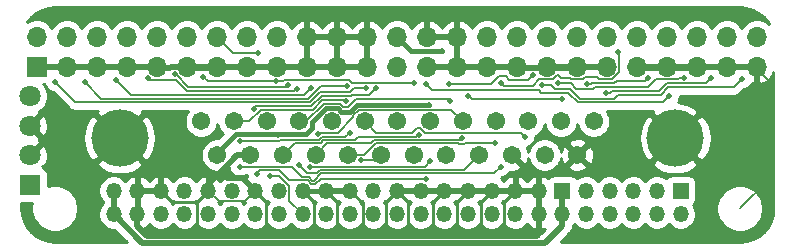
<source format=gtl>
G04 #@! TF.GenerationSoftware,KiCad,Pcbnew,(5.1.9-16-g1737927814)-1*
G04 #@! TF.CreationDate,2021-10-16T21:24:18-05:00*
G04 #@! TF.ProjectId,daisy_chain_v2,64616973-795f-4636-9861-696e5f76322e,rev?*
G04 #@! TF.SameCoordinates,Original*
G04 #@! TF.FileFunction,Copper,L1,Top*
G04 #@! TF.FilePolarity,Positive*
%FSLAX46Y46*%
G04 Gerber Fmt 4.6, Leading zero omitted, Abs format (unit mm)*
G04 Created by KiCad (PCBNEW (5.1.9-16-g1737927814)-1) date 2021-10-16 21:24:18*
%MOMM*%
%LPD*%
G01*
G04 APERTURE LIST*
G04 #@! TA.AperFunction,ComponentPad*
%ADD10C,1.800000*%
G04 #@! TD*
G04 #@! TA.AperFunction,ComponentPad*
%ADD11R,1.800000X1.800000*%
G04 #@! TD*
G04 #@! TA.AperFunction,ComponentPad*
%ADD12C,4.845000*%
G04 #@! TD*
G04 #@! TA.AperFunction,ComponentPad*
%ADD13C,1.545000*%
G04 #@! TD*
G04 #@! TA.AperFunction,ComponentPad*
%ADD14O,1.350000X1.350000*%
G04 #@! TD*
G04 #@! TA.AperFunction,ComponentPad*
%ADD15R,1.350000X1.350000*%
G04 #@! TD*
G04 #@! TA.AperFunction,ComponentPad*
%ADD16O,1.700000X1.700000*%
G04 #@! TD*
G04 #@! TA.AperFunction,ComponentPad*
%ADD17R,1.700000X1.700000*%
G04 #@! TD*
G04 #@! TA.AperFunction,ViaPad*
%ADD18C,0.500000*%
G04 #@! TD*
G04 #@! TA.AperFunction,Conductor*
%ADD19C,0.250000*%
G04 #@! TD*
G04 #@! TA.AperFunction,Conductor*
%ADD20C,0.400000*%
G04 #@! TD*
G04 #@! TA.AperFunction,Conductor*
%ADD21C,0.200000*%
G04 #@! TD*
G04 #@! TA.AperFunction,Conductor*
%ADD22C,0.500000*%
G04 #@! TD*
G04 #@! TA.AperFunction,Conductor*
%ADD23C,0.150000*%
G04 #@! TD*
G04 #@! TA.AperFunction,Conductor*
%ADD24C,0.254000*%
G04 #@! TD*
G04 APERTURE END LIST*
D10*
G04 #@! TO.P,J20,4*
G04 #@! TO.N,N/C*
X175854000Y-85480000D03*
G04 #@! TO.P,J20,3*
G04 #@! TO.N,GND*
X175854000Y-87980000D03*
G04 #@! TO.P,J20,2*
X175854000Y-90480000D03*
D11*
G04 #@! TO.P,J20,1*
G04 #@! TO.N,+5V*
X175854000Y-92980000D03*
G04 #@! TD*
D12*
G04 #@! TO.P,J6,MH2*
G04 #@! TO.N,GND*
X183481600Y-89050000D03*
G04 #@! TO.P,J6,MH1*
X230521600Y-89050000D03*
D13*
G04 #@! TO.P,J6,25*
G04 #@! TO.N,TERMPOW*
X191766600Y-90470000D03*
G04 #@! TO.P,J6,24*
G04 #@! TO.N,GND*
X194536600Y-90470000D03*
G04 #@! TO.P,J6,23*
G04 #@! TO.N,C-D4*
X197306600Y-90470000D03*
G04 #@! TO.P,J6,22*
G04 #@! TO.N,C-D2*
X200076600Y-90470000D03*
G04 #@! TO.P,J6,21*
G04 #@! TO.N,C-D1*
X202846600Y-90470000D03*
G04 #@! TO.P,J6,20*
G04 #@! TO.N,C-DP*
X205616600Y-90470000D03*
G04 #@! TO.P,J6,19*
G04 #@! TO.N,C-SEL*
X208386600Y-90470000D03*
G04 #@! TO.P,J6,18*
G04 #@! TO.N,GND*
X211156600Y-90470000D03*
G04 #@! TO.P,J6,17*
G04 #@! TO.N,C-ATN*
X213926600Y-90470000D03*
G04 #@! TO.P,J6,16*
G04 #@! TO.N,GND*
X216696600Y-90470000D03*
G04 #@! TO.P,J6,15*
G04 #@! TO.N,C-C_D*
X219466600Y-90470000D03*
G04 #@! TO.P,J6,14*
G04 #@! TO.N,GND*
X222236600Y-90470000D03*
G04 #@! TO.P,J6,13*
G04 #@! TO.N,C-D7*
X190381600Y-87630000D03*
G04 #@! TO.P,J6,12*
G04 #@! TO.N,C-D6*
X193151600Y-87630000D03*
G04 #@! TO.P,J6,11*
G04 #@! TO.N,C-D5*
X195921600Y-87630000D03*
G04 #@! TO.P,J6,10*
G04 #@! TO.N,C-D3*
X198691600Y-87630000D03*
G04 #@! TO.P,J6,9*
G04 #@! TO.N,GND*
X201461600Y-87630000D03*
G04 #@! TO.P,J6,8*
G04 #@! TO.N,C-D0*
X204231600Y-87630000D03*
G04 #@! TO.P,J6,7*
G04 #@! TO.N,GND*
X207001600Y-87630000D03*
G04 #@! TO.P,J6,6*
G04 #@! TO.N,C-BSY*
X209771600Y-87630000D03*
G04 #@! TO.P,J6,5*
G04 #@! TO.N,C-ACK*
X212541600Y-87630000D03*
G04 #@! TO.P,J6,4*
G04 #@! TO.N,C-RST*
X215311600Y-87630000D03*
G04 #@! TO.P,J6,3*
G04 #@! TO.N,C-I_O*
X218081600Y-87630000D03*
G04 #@! TO.P,J6,2*
G04 #@! TO.N,C-MSG*
X220851600Y-87630000D03*
G04 #@! TO.P,J6,1*
G04 #@! TO.N,C-REQ*
X223621600Y-87630000D03*
G04 #@! TD*
D14*
G04 #@! TO.P,J9,50*
G04 #@! TO.N,+5V*
X182972000Y-95488000D03*
G04 #@! TO.P,J9,49*
X182972000Y-93488000D03*
G04 #@! TO.P,J9,48*
G04 #@! TO.N,GND*
X184972000Y-95488000D03*
G04 #@! TO.P,J9,47*
X184972000Y-93488000D03*
G04 #@! TO.P,J9,46*
G04 #@! TO.N,C-REQ*
X186972000Y-95488000D03*
G04 #@! TO.P,J9,45*
G04 #@! TO.N,GND*
X186972000Y-93488000D03*
G04 #@! TO.P,J9,44*
G04 #@! TO.N,C-C_D*
X188972000Y-95488000D03*
G04 #@! TO.P,J9,43*
G04 #@! TO.N,C-I_O*
X188972000Y-93488000D03*
G04 #@! TO.P,J9,42*
G04 #@! TO.N,C-SEL*
X190972000Y-95488000D03*
G04 #@! TO.P,J9,41*
G04 #@! TO.N,GND*
X190972000Y-93488000D03*
G04 #@! TO.P,J9,40*
G04 #@! TO.N,C-MSG*
X192972000Y-95488000D03*
G04 #@! TO.P,J9,39*
G04 #@! TO.N,C-RST*
X192972000Y-93488000D03*
G04 #@! TO.P,J9,38*
G04 #@! TO.N,C-ACK*
X194972000Y-95488000D03*
G04 #@! TO.P,J9,37*
G04 #@! TO.N,GND*
X194972000Y-93488000D03*
G04 #@! TO.P,J9,36*
G04 #@! TO.N,C-BSY*
X196972000Y-95488000D03*
G04 #@! TO.P,J9,35*
G04 #@! TO.N,C-ATN*
X196972000Y-93488000D03*
G04 #@! TO.P,J9,34*
G04 #@! TO.N,TERMPOW*
X198972000Y-95488000D03*
G04 #@! TO.P,J9,33*
G04 #@! TO.N,GND*
X198972000Y-93488000D03*
G04 #@! TO.P,J9,32*
G04 #@! TO.N,C-DP*
X200972000Y-95488000D03*
G04 #@! TO.P,J9,31*
G04 #@! TO.N,GND*
X200972000Y-93488000D03*
G04 #@! TO.P,J9,30*
G04 #@! TO.N,C-D7*
X202972000Y-95488000D03*
G04 #@! TO.P,J9,29*
G04 #@! TO.N,GND*
X202972000Y-93488000D03*
G04 #@! TO.P,J9,28*
G04 #@! TO.N,C-D6*
X204972000Y-95488000D03*
G04 #@! TO.P,J9,27*
G04 #@! TO.N,N/C*
X204972000Y-93488000D03*
G04 #@! TO.P,J9,26*
G04 #@! TO.N,C-D5*
X206972000Y-95488000D03*
G04 #@! TO.P,J9,25*
G04 #@! TO.N,GND*
X206972000Y-93488000D03*
G04 #@! TO.P,J9,24*
G04 #@! TO.N,C-D4*
X208972000Y-95488000D03*
G04 #@! TO.P,J9,23*
G04 #@! TO.N,GND*
X208972000Y-93488000D03*
G04 #@! TO.P,J9,22*
G04 #@! TO.N,C-D3*
X210972000Y-95488000D03*
G04 #@! TO.P,J9,21*
G04 #@! TO.N,GND*
X210972000Y-93488000D03*
G04 #@! TO.P,J9,20*
G04 #@! TO.N,C-D2*
X212972000Y-95488000D03*
G04 #@! TO.P,J9,19*
G04 #@! TO.N,GND*
X212972000Y-93488000D03*
G04 #@! TO.P,J9,18*
G04 #@! TO.N,C-D1*
X214972000Y-95488000D03*
G04 #@! TO.P,J9,17*
G04 #@! TO.N,GND*
X214972000Y-93488000D03*
G04 #@! TO.P,J9,16*
G04 #@! TO.N,C-D0*
X216972000Y-95488000D03*
G04 #@! TO.P,J9,15*
G04 #@! TO.N,GND*
X216972000Y-93488000D03*
G04 #@! TO.P,J9,14*
X218972000Y-95488000D03*
G04 #@! TO.P,J9,13*
X218972000Y-93488000D03*
G04 #@! TO.P,J9,12*
G04 #@! TO.N,+5V*
X220972000Y-95488000D03*
D15*
G04 #@! TO.P,J9,11*
X220972000Y-93488000D03*
D14*
G04 #@! TO.P,J9,10*
G04 #@! TO.N,N/C*
X222972000Y-95488000D03*
G04 #@! TO.P,J9,9*
X222972000Y-93488000D03*
G04 #@! TO.P,J9,8*
X224972000Y-95488000D03*
G04 #@! TO.P,J9,7*
X224972000Y-93488000D03*
G04 #@! TO.P,J9,6*
X226972000Y-95488000D03*
G04 #@! TO.P,J9,5*
X226972000Y-93488000D03*
G04 #@! TO.P,J9,4*
X228972000Y-95488000D03*
G04 #@! TO.P,J9,3*
X228972000Y-93488000D03*
G04 #@! TO.P,J9,2*
X230972000Y-95488000D03*
D15*
G04 #@! TO.P,J9,1*
X230972000Y-93488000D03*
G04 #@! TD*
D16*
G04 #@! TO.P,J3,50*
G04 #@! TO.N,C-I_O*
X237426500Y-80454500D03*
G04 #@! TO.P,J3,49*
G04 #@! TO.N,GND*
X237426500Y-82994500D03*
G04 #@! TO.P,J3,48*
G04 #@! TO.N,C-REQ*
X234886500Y-80454500D03*
G04 #@! TO.P,J3,47*
G04 #@! TO.N,GND*
X234886500Y-82994500D03*
G04 #@! TO.P,J3,46*
G04 #@! TO.N,C-C_D*
X232346500Y-80454500D03*
G04 #@! TO.P,J3,45*
G04 #@! TO.N,GND*
X232346500Y-82994500D03*
G04 #@! TO.P,J3,44*
G04 #@! TO.N,C-SEL*
X229806500Y-80454500D03*
G04 #@! TO.P,J3,43*
G04 #@! TO.N,GND*
X229806500Y-82994500D03*
G04 #@! TO.P,J3,42*
G04 #@! TO.N,C-MSG*
X227266500Y-80454500D03*
G04 #@! TO.P,J3,41*
G04 #@! TO.N,GND*
X227266500Y-82994500D03*
G04 #@! TO.P,J3,40*
G04 #@! TO.N,C-RST*
X224726500Y-80454500D03*
G04 #@! TO.P,J3,39*
G04 #@! TO.N,GND*
X224726500Y-82994500D03*
G04 #@! TO.P,J3,38*
G04 #@! TO.N,C-ACK*
X222186500Y-80454500D03*
G04 #@! TO.P,J3,37*
G04 #@! TO.N,GND*
X222186500Y-82994500D03*
G04 #@! TO.P,J3,36*
G04 #@! TO.N,C-BSY*
X219646500Y-80454500D03*
G04 #@! TO.P,J3,35*
G04 #@! TO.N,GND*
X219646500Y-82994500D03*
G04 #@! TO.P,J3,34*
G04 #@! TO.N,N/C*
X217106500Y-80454500D03*
G04 #@! TO.P,J3,33*
G04 #@! TO.N,GND*
X217106500Y-82994500D03*
G04 #@! TO.P,J3,32*
G04 #@! TO.N,C-ATN*
X214566500Y-80454500D03*
G04 #@! TO.P,J3,31*
G04 #@! TO.N,GND*
X214566500Y-82994500D03*
G04 #@! TO.P,J3,30*
X212026500Y-80454500D03*
G04 #@! TO.P,J3,29*
X212026500Y-82994500D03*
G04 #@! TO.P,J3,28*
X209486500Y-80454500D03*
G04 #@! TO.P,J3,27*
X209486500Y-82994500D03*
G04 #@! TO.P,J3,26*
G04 #@! TO.N,TERMPOW*
X206946500Y-80454500D03*
G04 #@! TO.P,J3,25*
G04 #@! TO.N,N/C*
X206946500Y-82994500D03*
G04 #@! TO.P,J3,24*
G04 #@! TO.N,GND*
X204406500Y-80454500D03*
G04 #@! TO.P,J3,23*
X204406500Y-82994500D03*
G04 #@! TO.P,J3,22*
X201866500Y-80454500D03*
G04 #@! TO.P,J3,21*
X201866500Y-82994500D03*
G04 #@! TO.P,J3,20*
X199326500Y-80454500D03*
G04 #@! TO.P,J3,19*
X199326500Y-82994500D03*
G04 #@! TO.P,J3,18*
G04 #@! TO.N,C-DP*
X196786500Y-80454500D03*
G04 #@! TO.P,J3,17*
G04 #@! TO.N,GND*
X196786500Y-82994500D03*
G04 #@! TO.P,J3,16*
G04 #@! TO.N,C-D7*
X194246500Y-80454500D03*
G04 #@! TO.P,J3,15*
G04 #@! TO.N,GND*
X194246500Y-82994500D03*
G04 #@! TO.P,J3,14*
G04 #@! TO.N,C-D6*
X191706500Y-80454500D03*
G04 #@! TO.P,J3,13*
G04 #@! TO.N,GND*
X191706500Y-82994500D03*
G04 #@! TO.P,J3,12*
G04 #@! TO.N,C-D5*
X189166500Y-80454500D03*
G04 #@! TO.P,J3,11*
G04 #@! TO.N,GND*
X189166500Y-82994500D03*
G04 #@! TO.P,J3,10*
G04 #@! TO.N,C-D4*
X186626500Y-80454500D03*
G04 #@! TO.P,J3,9*
G04 #@! TO.N,GND*
X186626500Y-82994500D03*
G04 #@! TO.P,J3,8*
G04 #@! TO.N,C-D3*
X184086500Y-80454500D03*
G04 #@! TO.P,J3,7*
G04 #@! TO.N,GND*
X184086500Y-82994500D03*
G04 #@! TO.P,J3,6*
G04 #@! TO.N,C-D2*
X181546500Y-80454500D03*
G04 #@! TO.P,J3,5*
G04 #@! TO.N,GND*
X181546500Y-82994500D03*
G04 #@! TO.P,J3,4*
G04 #@! TO.N,C-D1*
X179006500Y-80454500D03*
G04 #@! TO.P,J3,3*
G04 #@! TO.N,GND*
X179006500Y-82994500D03*
G04 #@! TO.P,J3,2*
G04 #@! TO.N,C-D0*
X176466500Y-80454500D03*
D17*
G04 #@! TO.P,J3,1*
G04 #@! TO.N,GND*
X176466500Y-82994500D03*
G04 #@! TD*
D18*
G04 #@! TO.N,C-REQ*
X233550000Y-83950000D03*
X224619308Y-85214713D03*
G04 #@! TO.N,C-MSG*
X228193502Y-83950000D03*
X223017950Y-84430159D03*
G04 #@! TO.N,C-BSY*
X211387010Y-84484832D03*
X209788434Y-91015548D03*
X199594338Y-91513449D03*
X218467635Y-83701010D03*
G04 #@! TO.N,C-SEL*
X230028947Y-85465648D03*
X209435886Y-84452762D03*
X209382000Y-92462031D03*
X195109837Y-92047077D03*
G04 #@! TO.N,C-RST*
X215740000Y-84360000D03*
X193634000Y-91456000D03*
X215732000Y-91456000D03*
X225702655Y-81777345D03*
G04 #@! TO.N,C-ACK*
X220930000Y-85750000D03*
X213012489Y-85489064D03*
X200238000Y-88662000D03*
G04 #@! TO.N,C-ATN*
X198690326Y-91301086D03*
G04 #@! TO.N,C-DP*
X205218510Y-84796010D03*
X194844714Y-86558047D03*
X203913077Y-90911020D03*
G04 #@! TO.N,C-D0*
X177980000Y-84280000D03*
X217764000Y-88916000D03*
X204320000Y-84796010D03*
G04 #@! TO.N,C-D1*
X180570000Y-84330000D03*
X215224000Y-89424000D03*
X202721033Y-84656657D03*
G04 #@! TO.N,C-D2*
X183202424Y-84102989D03*
X212430000Y-89056511D03*
X199719686Y-84757742D03*
G04 #@! TO.N,C-D3*
X198480000Y-84852000D03*
X185893529Y-83978968D03*
X211443766Y-85876963D03*
G04 #@! TO.N,C-D4*
X197698000Y-84550000D03*
X188130504Y-83651957D03*
X208808688Y-88748588D03*
G04 #@! TO.N,C-D5*
X196710000Y-84234946D03*
X208366000Y-84344000D03*
X190580000Y-83891990D03*
G04 #@! TO.N,C-D6*
X195173502Y-81827449D03*
X202631070Y-85937679D03*
G04 #@! TO.N,C-D7*
X202952442Y-88582442D03*
X193631263Y-89293836D03*
G04 #@! TO.N,C-I_O*
X236200000Y-84020000D03*
X219236247Y-84548511D03*
G04 #@! TO.N,C-C_D*
X231254940Y-83921502D03*
X220571042Y-84385360D03*
G04 #@! TO.N,TERMPOW*
X210810000Y-81680000D03*
X209679033Y-86203489D03*
X196174000Y-92218000D03*
X196886051Y-88747053D03*
G04 #@! TD*
D19*
G04 #@! TO.N,GND*
X187899001Y-94415001D02*
X190044999Y-94415001D01*
X186972000Y-93488000D02*
X187899001Y-94415001D01*
D20*
X198972000Y-93488000D02*
X200972000Y-93488000D01*
D21*
X194069999Y-94390001D02*
X194972000Y-93488000D01*
X191874001Y-94390001D02*
X194069999Y-94390001D01*
X190972000Y-93488000D02*
X191874001Y-94390001D01*
D22*
X184972000Y-95488000D02*
X184972000Y-96510000D01*
X184972000Y-96510000D02*
X185760000Y-97298000D01*
D19*
X190044999Y-97264999D02*
X190078000Y-97298000D01*
X190044999Y-94415001D02*
X190044999Y-97264999D01*
X190972000Y-93488000D02*
X190044999Y-94415001D01*
D22*
X185760000Y-97298000D02*
X190078000Y-97298000D01*
D19*
X195899001Y-97064999D02*
X195666000Y-97298000D01*
X195899001Y-94415001D02*
X195899001Y-97064999D01*
X194972000Y-93488000D02*
X195899001Y-94415001D01*
D22*
X190078000Y-97298000D02*
X195666000Y-97298000D01*
D19*
X199899001Y-97128999D02*
X199730000Y-97298000D01*
X199899001Y-94415001D02*
X199899001Y-97128999D01*
X198972000Y-93488000D02*
X199899001Y-94415001D01*
D22*
X195666000Y-97298000D02*
X199730000Y-97298000D01*
D19*
X204044999Y-97047001D02*
X203794000Y-97298000D01*
X204044999Y-94560999D02*
X204044999Y-97047001D01*
X202972000Y-93488000D02*
X204044999Y-94560999D01*
X201899001Y-97160999D02*
X201762000Y-97298000D01*
X201899001Y-94415001D02*
X201899001Y-97160999D01*
X200972000Y-93488000D02*
X201899001Y-94415001D01*
D22*
X201762000Y-97298000D02*
X203794000Y-97298000D01*
X199730000Y-97298000D02*
X201762000Y-97298000D01*
D19*
X207899001Y-97256999D02*
X207858000Y-97298000D01*
X206972000Y-93488000D02*
X207899001Y-94415001D01*
X207899001Y-94415001D02*
X207899001Y-97256999D01*
X206044999Y-97008999D02*
X206334000Y-97298000D01*
X206044999Y-94415001D02*
X206044999Y-97008999D01*
X206972000Y-93488000D02*
X206044999Y-94415001D01*
D22*
X206334000Y-97298000D02*
X207858000Y-97298000D01*
X203794000Y-97298000D02*
X206334000Y-97298000D01*
D19*
X210044999Y-97198999D02*
X210144000Y-97298000D01*
X210044999Y-94415001D02*
X210044999Y-97198999D01*
X210972000Y-93488000D02*
X210044999Y-94415001D01*
D22*
X207858000Y-97298000D02*
X210144000Y-97298000D01*
D19*
X212044999Y-97175001D02*
X211922000Y-97298000D01*
X212972000Y-93488000D02*
X212044999Y-94415001D01*
D22*
X210144000Y-97298000D02*
X211922000Y-97298000D01*
D19*
X216044999Y-97239001D02*
X215986000Y-97298000D01*
X216972000Y-93488000D02*
X216044999Y-94415001D01*
X214972000Y-93488000D02*
X214044999Y-94415001D01*
X214044999Y-96953001D02*
X213700000Y-97298000D01*
D22*
X213700000Y-97298000D02*
X215986000Y-97298000D01*
X211922000Y-97298000D02*
X213700000Y-97298000D01*
X190972000Y-92942121D02*
X190972000Y-93488000D01*
X194536600Y-90470000D02*
X193444121Y-90470000D01*
X192581999Y-92435999D02*
X192030061Y-91884061D01*
X193919999Y-92435999D02*
X192581999Y-92435999D01*
X192030061Y-91884061D02*
X190972000Y-92942121D01*
X194972000Y-93488000D02*
X193919999Y-92435999D01*
X193444121Y-90470000D02*
X192030061Y-91884061D01*
X229702000Y-83074000D02*
X227162000Y-83074000D01*
X232242000Y-83074000D02*
X229702000Y-83074000D01*
X219542000Y-83074000D02*
X222082000Y-83074000D01*
X219542000Y-83074000D02*
X217002000Y-83074000D01*
X188480509Y-83074000D02*
X189062000Y-83074000D01*
X187829543Y-83024956D02*
X188431465Y-83024956D01*
X187780499Y-83074000D02*
X187829543Y-83024956D01*
X188431465Y-83024956D02*
X188480509Y-83074000D01*
X186522000Y-83074000D02*
X187780499Y-83074000D01*
X189062000Y-83074000D02*
X191602000Y-83074000D01*
D23*
X236000000Y-95000000D02*
X238790001Y-92209999D01*
X238790001Y-92209999D02*
X238790001Y-84542001D01*
X238790001Y-84542001D02*
X237322000Y-83074000D01*
D19*
X212044999Y-94415001D02*
X212044999Y-97175001D01*
X214044999Y-94415001D02*
X214044999Y-96953001D01*
X216044999Y-94415001D02*
X216044999Y-97239001D01*
D22*
X215986000Y-97298000D02*
X218780000Y-97298000D01*
X218780000Y-97298000D02*
X218972000Y-97106000D01*
X218972000Y-97106000D02*
X218972000Y-95488000D01*
G04 #@! TO.N,+5V*
X182972000Y-93488000D02*
X182972000Y-95488000D01*
X220972000Y-93488000D02*
X220972000Y-95488000D01*
X219489583Y-97925011D02*
X185409011Y-97925011D01*
X220972000Y-95488000D02*
X220972000Y-96442594D01*
X220972000Y-96442594D02*
X219489583Y-97925011D01*
X185409011Y-97925011D02*
X182972000Y-95488000D01*
D21*
G04 #@! TO.N,C-REQ*
X229789026Y-84398512D02*
X229135004Y-85052534D01*
X229135004Y-85052534D02*
X225135040Y-85052534D01*
X233101488Y-84398512D02*
X229789026Y-84398512D01*
X233550000Y-83950000D02*
X233101488Y-84398512D01*
X225135040Y-85052534D02*
X224972861Y-85214713D01*
X224972861Y-85214713D02*
X224619308Y-85214713D01*
G04 #@! TO.N,C-MSG*
X225378913Y-84398512D02*
X223403150Y-84398512D01*
X223403150Y-84398512D02*
X223371503Y-84430159D01*
X225568458Y-84208967D02*
X225378913Y-84398512D01*
X227934535Y-84208967D02*
X225568458Y-84208967D01*
X228193502Y-83950000D02*
X227934535Y-84208967D01*
X223371503Y-84430159D02*
X223017950Y-84430159D01*
D23*
G04 #@! TO.N,C-BSY*
X209788434Y-91015548D02*
X209347982Y-91456000D01*
X209347982Y-91456000D02*
X199651787Y-91456000D01*
X199651787Y-91456000D02*
X199594338Y-91513449D01*
D21*
X216157027Y-83822989D02*
X216485039Y-84151001D01*
X215571049Y-83822989D02*
X216157027Y-83822989D01*
X216485039Y-84151001D02*
X218017644Y-84151001D01*
X218017644Y-84151001D02*
X218467635Y-83701010D01*
X211387010Y-84484832D02*
X214909206Y-84484832D01*
X214909206Y-84484832D02*
X215571049Y-83822989D01*
G04 #@! TO.N,C-SEL*
X219171145Y-85189373D02*
X218960379Y-84978607D01*
X209961731Y-84978607D02*
X209435886Y-84452762D01*
X229473573Y-86021022D02*
X222276984Y-86021022D01*
X221445335Y-85189373D02*
X219171145Y-85189373D01*
X230028947Y-85465648D02*
X229473573Y-86021022D01*
X222276984Y-86021022D02*
X221445335Y-85189373D01*
X218960379Y-84978607D02*
X209961731Y-84978607D01*
D23*
X195109837Y-92047077D02*
X195390916Y-91765998D01*
X195390916Y-91765998D02*
X196939712Y-91765998D01*
X196939712Y-91765998D02*
X197784713Y-92610999D01*
X197784713Y-92610999D02*
X199392961Y-92610999D01*
X199392961Y-92610999D02*
X199695994Y-92914032D01*
X200492783Y-92462031D02*
X209382000Y-92462031D01*
X199695994Y-92914032D02*
X200040783Y-92914031D01*
X200040783Y-92914031D02*
X200492783Y-92462031D01*
D19*
X230124510Y-80111490D02*
X229702000Y-80534000D01*
G04 #@! TO.N,C-RST*
X224726500Y-80454500D02*
X224828899Y-80454500D01*
D21*
X218440016Y-84609999D02*
X218978514Y-84071501D01*
X215989999Y-84609999D02*
X218440016Y-84609999D01*
X220163461Y-84071501D02*
X220498628Y-83736334D01*
X220498628Y-83736334D02*
X220582489Y-83736334D01*
X220582489Y-83736334D02*
X220832626Y-83986471D01*
X220832626Y-83986471D02*
X221584509Y-83986471D01*
X221584509Y-83986471D02*
X221669539Y-84071501D01*
X221669539Y-84071501D02*
X222703461Y-84071501D01*
X222703461Y-84071501D02*
X222897065Y-83877897D01*
X222897065Y-83877897D02*
X223913650Y-83877897D01*
X223913650Y-83877897D02*
X224107254Y-84071501D01*
X224107254Y-84071501D02*
X225206903Y-84071501D01*
X215740000Y-84360000D02*
X215989999Y-84609999D01*
X218978514Y-84071501D02*
X220163461Y-84071501D01*
D23*
X200553041Y-92010021D02*
X215177979Y-92010021D01*
X199926041Y-92637021D02*
X200553041Y-92010021D01*
X199810735Y-92637021D02*
X199926041Y-92637021D01*
X199507703Y-92333989D02*
X199810735Y-92637021D01*
X193634000Y-91456000D02*
X198081614Y-91456000D01*
X198959602Y-92333988D02*
X199507703Y-92333989D01*
X198081614Y-91456000D02*
X198959602Y-92333988D01*
X215177979Y-92010021D02*
X215732000Y-91456000D01*
D21*
X225803501Y-81878191D02*
X225702655Y-81777345D01*
X225803501Y-83474903D02*
X225803501Y-81878191D01*
X225206903Y-84071501D02*
X225803501Y-83474903D01*
G04 #@! TO.N,C-ACK*
X213273425Y-85750000D02*
X213012489Y-85489064D01*
X220930000Y-85750000D02*
X213273425Y-85750000D01*
D19*
X222186500Y-79973550D02*
X222186500Y-80454500D01*
D23*
X203257099Y-87276763D02*
X203257099Y-87117672D01*
X203719272Y-86655499D02*
X211567099Y-86655499D01*
X211567099Y-86655499D02*
X212541600Y-87630000D01*
X203257099Y-87117672D02*
X203719272Y-86655499D01*
X201929361Y-88604501D02*
X203257099Y-87276763D01*
X200295499Y-88604501D02*
X201929361Y-88604501D01*
X200238000Y-88662000D02*
X200295499Y-88604501D01*
G04 #@! TO.N,C-ATN*
X200193855Y-91977455D02*
X199366695Y-91977455D01*
X212663590Y-91733010D02*
X200438300Y-91733010D01*
X199366695Y-91977455D02*
X198690326Y-91301086D01*
X213926600Y-90470000D02*
X212663590Y-91733010D01*
X200438300Y-91733010D02*
X200193855Y-91977455D01*
D19*
G04 #@! TO.N,C-DP*
X197421500Y-80454500D02*
X196786500Y-80454500D01*
D23*
X205175580Y-90911020D02*
X205616600Y-90470000D01*
X203913077Y-90911020D02*
X205175580Y-90911020D01*
D21*
X195049273Y-86353488D02*
X194844714Y-86558047D01*
X200616280Y-85460669D02*
X199723461Y-86353488D01*
X203085446Y-85460669D02*
X200616280Y-85460669D01*
X204580624Y-85433896D02*
X203112219Y-85433896D01*
X203112219Y-85433896D02*
X203085446Y-85460669D01*
X205218510Y-84796010D02*
X204580624Y-85433896D01*
X199723461Y-86353488D02*
X195049273Y-86353488D01*
D23*
G04 #@! TO.N,C-D0*
X205206101Y-88604501D02*
X204231600Y-87630000D01*
X208262537Y-88604501D02*
X205206101Y-88604501D01*
X217452501Y-88604501D02*
X209303839Y-88604501D01*
X208909337Y-88209999D02*
X208657039Y-88209999D01*
X217764000Y-88916000D02*
X217452501Y-88604501D01*
X209303839Y-88604501D02*
X208909337Y-88209999D01*
X208657039Y-88209999D02*
X208262537Y-88604501D01*
D21*
X202949994Y-85133658D02*
X203287642Y-84796010D01*
X200480829Y-85133658D02*
X202949994Y-85133658D01*
X177980000Y-84280000D02*
X179719999Y-86019999D01*
X179719999Y-86019999D02*
X199594488Y-86019999D01*
X203287642Y-84796010D02*
X204320000Y-84796010D01*
X199594488Y-86019999D02*
X200480829Y-85133658D01*
D23*
G04 #@! TO.N,C-D1*
X205148839Y-89495499D02*
X204185319Y-90459019D01*
X212213039Y-89508512D02*
X212200026Y-89495499D01*
X212646961Y-89508512D02*
X212213039Y-89508512D01*
X204185319Y-90459019D02*
X202857581Y-90459019D01*
X202857581Y-90459019D02*
X202846600Y-90470000D01*
X212731473Y-89424000D02*
X212646961Y-89508512D01*
X212200026Y-89495499D02*
X205148839Y-89495499D01*
X215224000Y-89424000D02*
X212731473Y-89424000D01*
D21*
X199459037Y-85692988D02*
X200495368Y-84656657D01*
X181932988Y-85692988D02*
X199459037Y-85692988D01*
X200495368Y-84656657D02*
X202721033Y-84656657D01*
X180570000Y-84330000D02*
X181932988Y-85692988D01*
D23*
G04 #@! TO.N,C-D2*
X205034098Y-89218489D02*
X204757088Y-89495499D01*
X212268022Y-89218489D02*
X205034098Y-89218489D01*
X204757088Y-89495499D02*
X201051101Y-89495499D01*
X212430000Y-89056511D02*
X212268022Y-89218489D01*
X201051101Y-89495499D02*
X200076600Y-90470000D01*
D21*
X199111451Y-85365977D02*
X199719686Y-84757742D01*
X184465412Y-85365977D02*
X199111451Y-85365977D01*
X183202424Y-84102989D02*
X184465412Y-85365977D01*
G04 #@! TO.N,C-D3*
X189154540Y-85038967D02*
X188244544Y-84128967D01*
X188244544Y-84128967D02*
X186043528Y-84128967D01*
X186043528Y-84128967D02*
X185893529Y-83978968D01*
D23*
X211418696Y-85902033D02*
X211443766Y-85876963D01*
D21*
X198460000Y-84852000D02*
X198273033Y-85038967D01*
X198273033Y-85038967D02*
X197630967Y-85038967D01*
X197630967Y-85038967D02*
X189154540Y-85038967D01*
X197821033Y-85038967D02*
X197630967Y-85038967D01*
D23*
X211318290Y-85751487D02*
X211443766Y-85876963D01*
X202848032Y-86389681D02*
X203486226Y-85751487D01*
X202152915Y-86128488D02*
X202414108Y-86389681D01*
X202414108Y-86389681D02*
X202848032Y-86389681D01*
X203486226Y-85751487D02*
X211318290Y-85751487D01*
X199265809Y-87630000D02*
X200767321Y-86128488D01*
X200767321Y-86128488D02*
X202152915Y-86128488D01*
X198691600Y-87630000D02*
X199265809Y-87630000D01*
D21*
G04 #@! TO.N,C-D4*
X197536044Y-84711956D02*
X197698000Y-84550000D01*
X189289992Y-84711956D02*
X197536044Y-84711956D01*
X188229993Y-83651957D02*
X189289992Y-84711956D01*
X188130504Y-83651957D02*
X188229993Y-83651957D01*
D23*
X200742226Y-89218488D02*
X200510264Y-89450450D01*
X200510264Y-89450450D02*
X198326150Y-89450450D01*
X203675484Y-88941478D02*
X203398474Y-89218488D01*
X208615798Y-88941478D02*
X203675484Y-88941478D01*
X203398474Y-89218488D02*
X200742226Y-89218488D01*
X208808688Y-88748588D02*
X208615798Y-88941478D01*
X198326150Y-89450450D02*
X197306600Y-90470000D01*
D21*
G04 #@! TO.N,C-D5*
X196710000Y-84234946D02*
X190922956Y-84234946D01*
X190922956Y-84234946D02*
X190580000Y-83891990D01*
D23*
X203129486Y-84344000D02*
X208366000Y-84344000D01*
X202883485Y-84097999D02*
X203129486Y-84344000D01*
X197481039Y-84097999D02*
X202883485Y-84097999D01*
X197344092Y-84234946D02*
X197481039Y-84097999D01*
X196710000Y-84234946D02*
X197344092Y-84234946D01*
D21*
G04 #@! TO.N,C-D6*
X193079449Y-81827449D02*
X195173502Y-81827449D01*
X191706500Y-80454500D02*
X193079449Y-81827449D01*
D23*
X194441723Y-87630000D02*
X195416224Y-86655499D01*
X193151600Y-87630000D02*
X194441723Y-87630000D01*
X199848558Y-86655499D02*
X200652580Y-85851477D01*
X202544868Y-85851477D02*
X202631070Y-85937679D01*
X195416224Y-86655499D02*
X199848558Y-86655499D01*
X200652580Y-85851477D02*
X202544868Y-85851477D01*
G04 #@! TO.N,C-D7*
X197128621Y-89173442D02*
X197008227Y-89293836D01*
X200395520Y-89173442D02*
X197128621Y-89173442D01*
X202596482Y-88938402D02*
X200630560Y-88938402D01*
X202952442Y-88582442D02*
X202596482Y-88938402D01*
X200630560Y-88938402D02*
X200395520Y-89173442D01*
X197008227Y-89293836D02*
X193631263Y-89293836D01*
D21*
G04 #@! TO.N,C-I_O*
X220342080Y-84862362D02*
X220028229Y-84548511D01*
X221650787Y-84862362D02*
X220342080Y-84862362D01*
X220028229Y-84548511D02*
X219236247Y-84548511D01*
X225351732Y-85691714D02*
X222480139Y-85691714D01*
X229280455Y-85379545D02*
X225663901Y-85379545D01*
X222480139Y-85691714D02*
X221650787Y-84862362D01*
X225663901Y-85379545D02*
X225351732Y-85691714D01*
X229934477Y-84725523D02*
X229280455Y-85379545D01*
X235494477Y-84725523D02*
X229934477Y-84725523D01*
X236200000Y-84020000D02*
X235494477Y-84725523D01*
G04 #@! TO.N,C-C_D*
X221665448Y-84414560D02*
X220953795Y-84414560D01*
X220953795Y-84414560D02*
X220924595Y-84385360D01*
X223555812Y-84907160D02*
X222158048Y-84907160D01*
X228900073Y-84071501D02*
X228246051Y-84725523D01*
X220924595Y-84385360D02*
X220571042Y-84385360D01*
X222158048Y-84907160D02*
X221665448Y-84414560D01*
X231254940Y-83921502D02*
X230901387Y-83921502D01*
X230751388Y-84071501D02*
X228900073Y-84071501D01*
X223737449Y-84725523D02*
X223555812Y-84907160D01*
X228246051Y-84725523D02*
X223737449Y-84725523D01*
X230901387Y-83921502D02*
X230751388Y-84071501D01*
D20*
G04 #@! TO.N,TERMPOW*
X208172000Y-81680000D02*
X210810000Y-81680000D01*
X206946500Y-80454500D02*
X208172000Y-81680000D01*
D23*
X196999962Y-92218000D02*
X196174000Y-92218000D01*
X197849001Y-93067039D02*
X196999962Y-92218000D01*
X198972000Y-95488000D02*
X197849001Y-94365001D01*
X197849001Y-94365001D02*
X197849001Y-93067039D01*
D20*
X191766600Y-90304537D02*
X193354302Y-88716835D01*
X193908224Y-88716835D02*
X193920890Y-88729501D01*
X193354302Y-88716835D02*
X193908224Y-88716835D01*
X193920890Y-88729501D02*
X199219361Y-88729501D01*
X202247590Y-86791692D02*
X203014550Y-86791692D01*
X200933839Y-86530499D02*
X201986397Y-86530499D01*
X191766600Y-90470000D02*
X191766600Y-90304537D01*
X199219361Y-88729501D02*
X199791101Y-88157761D01*
X203602753Y-86203489D02*
X209679033Y-86203489D01*
X203014550Y-86791692D02*
X203602753Y-86203489D01*
X199791101Y-87673237D02*
X200933839Y-86530499D01*
X201986397Y-86530499D02*
X202247590Y-86791692D01*
X199791101Y-88157761D02*
X199791101Y-87673237D01*
G04 #@! TD*
D24*
G04 #@! TO.N,GND*
X177117741Y-84481490D02*
X177129010Y-84538145D01*
X177195723Y-84699205D01*
X177292576Y-84844155D01*
X177415845Y-84967424D01*
X177560795Y-85064277D01*
X177721855Y-85130990D01*
X177808848Y-85148294D01*
X179174745Y-86514192D01*
X179197761Y-86542237D01*
X179309679Y-86634086D01*
X179437366Y-86702336D01*
X179502045Y-86721956D01*
X179575913Y-86744364D01*
X179586301Y-86745387D01*
X179683894Y-86754999D01*
X179683901Y-86754999D01*
X179719998Y-86758554D01*
X179756095Y-86754999D01*
X181608828Y-86754999D01*
X181513174Y-86901969D01*
X183481600Y-88870395D01*
X185450026Y-86901969D01*
X185354372Y-86754999D01*
X189273472Y-86754999D01*
X189134290Y-86963299D01*
X189028190Y-87219447D01*
X188974100Y-87491373D01*
X188974100Y-87768627D01*
X189028190Y-88040553D01*
X189134290Y-88296701D01*
X189288324Y-88527229D01*
X189484371Y-88723276D01*
X189714899Y-88877310D01*
X189971047Y-88983410D01*
X190242973Y-89037500D01*
X190520227Y-89037500D01*
X190792153Y-88983410D01*
X191048301Y-88877310D01*
X191278829Y-88723276D01*
X191474876Y-88527229D01*
X191628910Y-88296701D01*
X191735010Y-88040553D01*
X191766600Y-87881741D01*
X191798190Y-88040553D01*
X191904290Y-88296701D01*
X192058324Y-88527229D01*
X192210682Y-88679587D01*
X191827769Y-89062500D01*
X191627973Y-89062500D01*
X191356047Y-89116590D01*
X191099899Y-89222690D01*
X190869371Y-89376724D01*
X190673324Y-89572771D01*
X190519290Y-89803299D01*
X190413190Y-90059447D01*
X190359100Y-90331373D01*
X190359100Y-90608627D01*
X190413190Y-90880553D01*
X190519290Y-91136701D01*
X190673324Y-91367229D01*
X190869371Y-91563276D01*
X191099899Y-91717310D01*
X191356047Y-91823410D01*
X191627973Y-91877500D01*
X191905227Y-91877500D01*
X192177153Y-91823410D01*
X192433301Y-91717310D01*
X192663829Y-91563276D01*
X192749000Y-91478105D01*
X192749000Y-91543165D01*
X192783010Y-91714145D01*
X192849723Y-91875205D01*
X192946576Y-92020155D01*
X193069845Y-92143424D01*
X193130309Y-92183825D01*
X193101024Y-92178000D01*
X192842976Y-92178000D01*
X192589887Y-92228342D01*
X192351482Y-92327093D01*
X192136923Y-92470456D01*
X191965319Y-92642060D01*
X191843227Y-92509697D01*
X191635629Y-92358527D01*
X191402528Y-92250762D01*
X191301400Y-92220090D01*
X191099000Y-92343776D01*
X191099000Y-93361000D01*
X191119000Y-93361000D01*
X191119000Y-93615000D01*
X191099000Y-93615000D01*
X191099000Y-93635000D01*
X190845000Y-93635000D01*
X190845000Y-93615000D01*
X190825000Y-93615000D01*
X190825000Y-93361000D01*
X190845000Y-93361000D01*
X190845000Y-92343776D01*
X190642600Y-92220090D01*
X190541472Y-92250762D01*
X190308371Y-92358527D01*
X190100773Y-92509697D01*
X189978681Y-92642060D01*
X189807077Y-92470456D01*
X189592518Y-92327093D01*
X189354113Y-92228342D01*
X189101024Y-92178000D01*
X188842976Y-92178000D01*
X188589887Y-92228342D01*
X188351482Y-92327093D01*
X188136923Y-92470456D01*
X187965319Y-92642060D01*
X187843227Y-92509697D01*
X187635629Y-92358527D01*
X187402528Y-92250762D01*
X187301400Y-92220090D01*
X187099000Y-92343776D01*
X187099000Y-93361000D01*
X187119000Y-93361000D01*
X187119000Y-93615000D01*
X187099000Y-93615000D01*
X187099000Y-93635000D01*
X186845000Y-93635000D01*
X186845000Y-93615000D01*
X185099000Y-93615000D01*
X185099000Y-95361000D01*
X185119000Y-95361000D01*
X185119000Y-95615000D01*
X185099000Y-95615000D01*
X185099000Y-95635000D01*
X184845000Y-95635000D01*
X184845000Y-95615000D01*
X184825000Y-95615000D01*
X184825000Y-95361000D01*
X184845000Y-95361000D01*
X184845000Y-93615000D01*
X184825000Y-93615000D01*
X184825000Y-93361000D01*
X184845000Y-93361000D01*
X184845000Y-92343776D01*
X185099000Y-92343776D01*
X185099000Y-93361000D01*
X186845000Y-93361000D01*
X186845000Y-92343776D01*
X186642600Y-92220090D01*
X186541472Y-92250762D01*
X186308371Y-92358527D01*
X186100773Y-92509697D01*
X185972000Y-92649304D01*
X185843227Y-92509697D01*
X185635629Y-92358527D01*
X185402528Y-92250762D01*
X185301400Y-92220090D01*
X185099000Y-92343776D01*
X184845000Y-92343776D01*
X184642600Y-92220090D01*
X184541472Y-92250762D01*
X184308371Y-92358527D01*
X184100773Y-92509697D01*
X183978681Y-92642060D01*
X183807077Y-92470456D01*
X183592518Y-92327093D01*
X183354113Y-92228342D01*
X183101024Y-92178000D01*
X182842976Y-92178000D01*
X182589887Y-92228342D01*
X182351482Y-92327093D01*
X182136923Y-92470456D01*
X181954456Y-92652923D01*
X181811093Y-92867482D01*
X181712342Y-93105887D01*
X181662000Y-93358976D01*
X181662000Y-93617024D01*
X181712342Y-93870113D01*
X181811093Y-94108518D01*
X181954456Y-94323077D01*
X182087000Y-94455621D01*
X182087001Y-94520378D01*
X181954456Y-94652923D01*
X181811093Y-94867482D01*
X181712342Y-95105887D01*
X181662000Y-95358976D01*
X181662000Y-95617024D01*
X181712342Y-95870113D01*
X181811093Y-96108518D01*
X181954456Y-96323077D01*
X182136923Y-96505544D01*
X182351482Y-96648907D01*
X182589887Y-96747658D01*
X182842976Y-96798000D01*
X183030422Y-96798000D01*
X184068421Y-97836000D01*
X178032279Y-97836000D01*
X177448990Y-97778808D01*
X176918964Y-97618783D01*
X176430120Y-97358860D01*
X176001069Y-97008935D01*
X175648155Y-96582335D01*
X175384827Y-96095320D01*
X175221106Y-95566422D01*
X175160000Y-94985040D01*
X175160000Y-94518072D01*
X176071973Y-94518072D01*
X176015000Y-94804495D01*
X176015000Y-95195505D01*
X176091282Y-95579003D01*
X176240915Y-95940250D01*
X176458149Y-96265364D01*
X176734636Y-96541851D01*
X177059750Y-96759085D01*
X177420997Y-96908718D01*
X177804495Y-96985000D01*
X178195505Y-96985000D01*
X178579003Y-96908718D01*
X178940250Y-96759085D01*
X179265364Y-96541851D01*
X179541851Y-96265364D01*
X179759085Y-95940250D01*
X179908718Y-95579003D01*
X179985000Y-95195505D01*
X179985000Y-94804495D01*
X179908718Y-94420997D01*
X179759085Y-94059750D01*
X179541851Y-93734636D01*
X179265364Y-93458149D01*
X178940250Y-93240915D01*
X178579003Y-93091282D01*
X178195505Y-93015000D01*
X177804495Y-93015000D01*
X177420997Y-93091282D01*
X177392072Y-93103263D01*
X177392072Y-92080000D01*
X177379812Y-91955518D01*
X177343502Y-91835820D01*
X177284537Y-91725506D01*
X177205185Y-91628815D01*
X177108494Y-91549463D01*
X177014976Y-91499476D01*
X177034030Y-91480422D01*
X176918082Y-91364474D01*
X177172261Y-91280792D01*
X177212005Y-91198031D01*
X181513174Y-91198031D01*
X181780039Y-91608062D01*
X182311787Y-91890867D01*
X182888491Y-92064500D01*
X183487987Y-92122287D01*
X184087238Y-92062008D01*
X184663214Y-91885980D01*
X185183161Y-91608062D01*
X185450026Y-91198031D01*
X183481600Y-89229605D01*
X181513174Y-91198031D01*
X177212005Y-91198031D01*
X177303158Y-91008225D01*
X177378365Y-90715358D01*
X177394991Y-90413447D01*
X177352397Y-90114093D01*
X177252222Y-89828801D01*
X177172261Y-89679208D01*
X176918080Y-89595525D01*
X176033605Y-90480000D01*
X176047748Y-90494143D01*
X175868143Y-90673748D01*
X175854000Y-90659605D01*
X175839858Y-90673748D01*
X175660253Y-90494143D01*
X175674395Y-90480000D01*
X175660253Y-90465858D01*
X175839858Y-90286253D01*
X175854000Y-90300395D01*
X176738475Y-89415920D01*
X176677265Y-89230000D01*
X176734423Y-89056387D01*
X180409313Y-89056387D01*
X180469592Y-89655638D01*
X180645620Y-90231614D01*
X180923538Y-90751561D01*
X181333569Y-91018426D01*
X183301995Y-89050000D01*
X183661205Y-89050000D01*
X185629631Y-91018426D01*
X186039662Y-90751561D01*
X186322467Y-90219813D01*
X186496100Y-89643109D01*
X186553887Y-89043613D01*
X186493608Y-88444362D01*
X186317580Y-87868386D01*
X186039662Y-87348439D01*
X185629631Y-87081574D01*
X183661205Y-89050000D01*
X183301995Y-89050000D01*
X181333569Y-87081574D01*
X180923538Y-87348439D01*
X180640733Y-87880187D01*
X180467100Y-88456891D01*
X180409313Y-89056387D01*
X176734423Y-89056387D01*
X176738475Y-89044080D01*
X175854000Y-88159605D01*
X175839858Y-88173748D01*
X175660253Y-87994143D01*
X175674395Y-87980000D01*
X176033605Y-87980000D01*
X176918080Y-88864475D01*
X177172261Y-88780792D01*
X177303158Y-88508225D01*
X177378365Y-88215358D01*
X177394991Y-87913447D01*
X177352397Y-87614093D01*
X177252222Y-87328801D01*
X177172261Y-87179208D01*
X176918080Y-87095525D01*
X176033605Y-87980000D01*
X175674395Y-87980000D01*
X175660253Y-87965858D01*
X175839858Y-87786253D01*
X175854000Y-87800395D01*
X176738475Y-86915920D01*
X176689690Y-86767738D01*
X176832505Y-86672312D01*
X177046312Y-86458505D01*
X177214299Y-86207095D01*
X177330011Y-85927743D01*
X177389000Y-85631184D01*
X177389000Y-85328816D01*
X177330011Y-85032257D01*
X177214299Y-84752905D01*
X177046312Y-84501495D01*
X177025806Y-84480989D01*
X177117741Y-84481490D01*
G04 #@! TA.AperFunction,Conductor*
D23*
G36*
X177117741Y-84481490D02*
G01*
X177129010Y-84538145D01*
X177195723Y-84699205D01*
X177292576Y-84844155D01*
X177415845Y-84967424D01*
X177560795Y-85064277D01*
X177721855Y-85130990D01*
X177808848Y-85148294D01*
X179174745Y-86514192D01*
X179197761Y-86542237D01*
X179309679Y-86634086D01*
X179437366Y-86702336D01*
X179502045Y-86721956D01*
X179575913Y-86744364D01*
X179586301Y-86745387D01*
X179683894Y-86754999D01*
X179683901Y-86754999D01*
X179719998Y-86758554D01*
X179756095Y-86754999D01*
X181608828Y-86754999D01*
X181513174Y-86901969D01*
X183481600Y-88870395D01*
X185450026Y-86901969D01*
X185354372Y-86754999D01*
X189273472Y-86754999D01*
X189134290Y-86963299D01*
X189028190Y-87219447D01*
X188974100Y-87491373D01*
X188974100Y-87768627D01*
X189028190Y-88040553D01*
X189134290Y-88296701D01*
X189288324Y-88527229D01*
X189484371Y-88723276D01*
X189714899Y-88877310D01*
X189971047Y-88983410D01*
X190242973Y-89037500D01*
X190520227Y-89037500D01*
X190792153Y-88983410D01*
X191048301Y-88877310D01*
X191278829Y-88723276D01*
X191474876Y-88527229D01*
X191628910Y-88296701D01*
X191735010Y-88040553D01*
X191766600Y-87881741D01*
X191798190Y-88040553D01*
X191904290Y-88296701D01*
X192058324Y-88527229D01*
X192210682Y-88679587D01*
X191827769Y-89062500D01*
X191627973Y-89062500D01*
X191356047Y-89116590D01*
X191099899Y-89222690D01*
X190869371Y-89376724D01*
X190673324Y-89572771D01*
X190519290Y-89803299D01*
X190413190Y-90059447D01*
X190359100Y-90331373D01*
X190359100Y-90608627D01*
X190413190Y-90880553D01*
X190519290Y-91136701D01*
X190673324Y-91367229D01*
X190869371Y-91563276D01*
X191099899Y-91717310D01*
X191356047Y-91823410D01*
X191627973Y-91877500D01*
X191905227Y-91877500D01*
X192177153Y-91823410D01*
X192433301Y-91717310D01*
X192663829Y-91563276D01*
X192749000Y-91478105D01*
X192749000Y-91543165D01*
X192783010Y-91714145D01*
X192849723Y-91875205D01*
X192946576Y-92020155D01*
X193069845Y-92143424D01*
X193130309Y-92183825D01*
X193101024Y-92178000D01*
X192842976Y-92178000D01*
X192589887Y-92228342D01*
X192351482Y-92327093D01*
X192136923Y-92470456D01*
X191965319Y-92642060D01*
X191843227Y-92509697D01*
X191635629Y-92358527D01*
X191402528Y-92250762D01*
X191301400Y-92220090D01*
X191099000Y-92343776D01*
X191099000Y-93361000D01*
X191119000Y-93361000D01*
X191119000Y-93615000D01*
X191099000Y-93615000D01*
X191099000Y-93635000D01*
X190845000Y-93635000D01*
X190845000Y-93615000D01*
X190825000Y-93615000D01*
X190825000Y-93361000D01*
X190845000Y-93361000D01*
X190845000Y-92343776D01*
X190642600Y-92220090D01*
X190541472Y-92250762D01*
X190308371Y-92358527D01*
X190100773Y-92509697D01*
X189978681Y-92642060D01*
X189807077Y-92470456D01*
X189592518Y-92327093D01*
X189354113Y-92228342D01*
X189101024Y-92178000D01*
X188842976Y-92178000D01*
X188589887Y-92228342D01*
X188351482Y-92327093D01*
X188136923Y-92470456D01*
X187965319Y-92642060D01*
X187843227Y-92509697D01*
X187635629Y-92358527D01*
X187402528Y-92250762D01*
X187301400Y-92220090D01*
X187099000Y-92343776D01*
X187099000Y-93361000D01*
X187119000Y-93361000D01*
X187119000Y-93615000D01*
X187099000Y-93615000D01*
X187099000Y-93635000D01*
X186845000Y-93635000D01*
X186845000Y-93615000D01*
X185099000Y-93615000D01*
X185099000Y-95361000D01*
X185119000Y-95361000D01*
X185119000Y-95615000D01*
X185099000Y-95615000D01*
X185099000Y-95635000D01*
X184845000Y-95635000D01*
X184845000Y-95615000D01*
X184825000Y-95615000D01*
X184825000Y-95361000D01*
X184845000Y-95361000D01*
X184845000Y-93615000D01*
X184825000Y-93615000D01*
X184825000Y-93361000D01*
X184845000Y-93361000D01*
X184845000Y-92343776D01*
X185099000Y-92343776D01*
X185099000Y-93361000D01*
X186845000Y-93361000D01*
X186845000Y-92343776D01*
X186642600Y-92220090D01*
X186541472Y-92250762D01*
X186308371Y-92358527D01*
X186100773Y-92509697D01*
X185972000Y-92649304D01*
X185843227Y-92509697D01*
X185635629Y-92358527D01*
X185402528Y-92250762D01*
X185301400Y-92220090D01*
X185099000Y-92343776D01*
X184845000Y-92343776D01*
X184642600Y-92220090D01*
X184541472Y-92250762D01*
X184308371Y-92358527D01*
X184100773Y-92509697D01*
X183978681Y-92642060D01*
X183807077Y-92470456D01*
X183592518Y-92327093D01*
X183354113Y-92228342D01*
X183101024Y-92178000D01*
X182842976Y-92178000D01*
X182589887Y-92228342D01*
X182351482Y-92327093D01*
X182136923Y-92470456D01*
X181954456Y-92652923D01*
X181811093Y-92867482D01*
X181712342Y-93105887D01*
X181662000Y-93358976D01*
X181662000Y-93617024D01*
X181712342Y-93870113D01*
X181811093Y-94108518D01*
X181954456Y-94323077D01*
X182087000Y-94455621D01*
X182087001Y-94520378D01*
X181954456Y-94652923D01*
X181811093Y-94867482D01*
X181712342Y-95105887D01*
X181662000Y-95358976D01*
X181662000Y-95617024D01*
X181712342Y-95870113D01*
X181811093Y-96108518D01*
X181954456Y-96323077D01*
X182136923Y-96505544D01*
X182351482Y-96648907D01*
X182589887Y-96747658D01*
X182842976Y-96798000D01*
X183030422Y-96798000D01*
X184068421Y-97836000D01*
X178032279Y-97836000D01*
X177448990Y-97778808D01*
X176918964Y-97618783D01*
X176430120Y-97358860D01*
X176001069Y-97008935D01*
X175648155Y-96582335D01*
X175384827Y-96095320D01*
X175221106Y-95566422D01*
X175160000Y-94985040D01*
X175160000Y-94518072D01*
X176071973Y-94518072D01*
X176015000Y-94804495D01*
X176015000Y-95195505D01*
X176091282Y-95579003D01*
X176240915Y-95940250D01*
X176458149Y-96265364D01*
X176734636Y-96541851D01*
X177059750Y-96759085D01*
X177420997Y-96908718D01*
X177804495Y-96985000D01*
X178195505Y-96985000D01*
X178579003Y-96908718D01*
X178940250Y-96759085D01*
X179265364Y-96541851D01*
X179541851Y-96265364D01*
X179759085Y-95940250D01*
X179908718Y-95579003D01*
X179985000Y-95195505D01*
X179985000Y-94804495D01*
X179908718Y-94420997D01*
X179759085Y-94059750D01*
X179541851Y-93734636D01*
X179265364Y-93458149D01*
X178940250Y-93240915D01*
X178579003Y-93091282D01*
X178195505Y-93015000D01*
X177804495Y-93015000D01*
X177420997Y-93091282D01*
X177392072Y-93103263D01*
X177392072Y-92080000D01*
X177379812Y-91955518D01*
X177343502Y-91835820D01*
X177284537Y-91725506D01*
X177205185Y-91628815D01*
X177108494Y-91549463D01*
X177014976Y-91499476D01*
X177034030Y-91480422D01*
X176918082Y-91364474D01*
X177172261Y-91280792D01*
X177212005Y-91198031D01*
X181513174Y-91198031D01*
X181780039Y-91608062D01*
X182311787Y-91890867D01*
X182888491Y-92064500D01*
X183487987Y-92122287D01*
X184087238Y-92062008D01*
X184663214Y-91885980D01*
X185183161Y-91608062D01*
X185450026Y-91198031D01*
X183481600Y-89229605D01*
X181513174Y-91198031D01*
X177212005Y-91198031D01*
X177303158Y-91008225D01*
X177378365Y-90715358D01*
X177394991Y-90413447D01*
X177352397Y-90114093D01*
X177252222Y-89828801D01*
X177172261Y-89679208D01*
X176918080Y-89595525D01*
X176033605Y-90480000D01*
X176047748Y-90494143D01*
X175868143Y-90673748D01*
X175854000Y-90659605D01*
X175839858Y-90673748D01*
X175660253Y-90494143D01*
X175674395Y-90480000D01*
X175660253Y-90465858D01*
X175839858Y-90286253D01*
X175854000Y-90300395D01*
X176738475Y-89415920D01*
X176677265Y-89230000D01*
X176734423Y-89056387D01*
X180409313Y-89056387D01*
X180469592Y-89655638D01*
X180645620Y-90231614D01*
X180923538Y-90751561D01*
X181333569Y-91018426D01*
X183301995Y-89050000D01*
X183661205Y-89050000D01*
X185629631Y-91018426D01*
X186039662Y-90751561D01*
X186322467Y-90219813D01*
X186496100Y-89643109D01*
X186553887Y-89043613D01*
X186493608Y-88444362D01*
X186317580Y-87868386D01*
X186039662Y-87348439D01*
X185629631Y-87081574D01*
X183661205Y-89050000D01*
X183301995Y-89050000D01*
X181333569Y-87081574D01*
X180923538Y-87348439D01*
X180640733Y-87880187D01*
X180467100Y-88456891D01*
X180409313Y-89056387D01*
X176734423Y-89056387D01*
X176738475Y-89044080D01*
X175854000Y-88159605D01*
X175839858Y-88173748D01*
X175660253Y-87994143D01*
X175674395Y-87980000D01*
X176033605Y-87980000D01*
X176918080Y-88864475D01*
X177172261Y-88780792D01*
X177303158Y-88508225D01*
X177378365Y-88215358D01*
X177394991Y-87913447D01*
X177352397Y-87614093D01*
X177252222Y-87328801D01*
X177172261Y-87179208D01*
X176918080Y-87095525D01*
X176033605Y-87980000D01*
X175674395Y-87980000D01*
X175660253Y-87965858D01*
X175839858Y-87786253D01*
X175854000Y-87800395D01*
X176738475Y-86915920D01*
X176689690Y-86767738D01*
X176832505Y-86672312D01*
X177046312Y-86458505D01*
X177214299Y-86207095D01*
X177330011Y-85927743D01*
X177389000Y-85631184D01*
X177389000Y-85328816D01*
X177330011Y-85032257D01*
X177214299Y-84752905D01*
X177046312Y-84501495D01*
X177025806Y-84480989D01*
X177117741Y-84481490D01*
G37*
G04 #@! TD.AperFunction*
D24*
X227393500Y-82867500D02*
X229679500Y-82867500D01*
X229679500Y-82847500D01*
X229933500Y-82847500D01*
X229933500Y-82867500D01*
X232219500Y-82867500D01*
X232219500Y-82847500D01*
X232473500Y-82847500D01*
X232473500Y-82867500D01*
X234759500Y-82867500D01*
X234759500Y-82847500D01*
X235013500Y-82847500D01*
X235013500Y-82867500D01*
X237299500Y-82867500D01*
X237299500Y-82847500D01*
X237553500Y-82847500D01*
X237553500Y-82867500D01*
X237573500Y-82867500D01*
X237573500Y-83121500D01*
X237553500Y-83121500D01*
X237553500Y-84314655D01*
X237783390Y-84435976D01*
X237930599Y-84391325D01*
X238193420Y-84266141D01*
X238426769Y-84092088D01*
X238621678Y-83875855D01*
X238770657Y-83625752D01*
X238840000Y-83430270D01*
X238840001Y-94963711D01*
X238782808Y-95547010D01*
X238622783Y-96077036D01*
X238362860Y-96565880D01*
X238012935Y-96994931D01*
X237586335Y-97347845D01*
X237099320Y-97611173D01*
X236570422Y-97774894D01*
X235989040Y-97836000D01*
X220830172Y-97836000D01*
X221567049Y-97099124D01*
X221600817Y-97071411D01*
X221641234Y-97022164D01*
X221711410Y-96936654D01*
X221712267Y-96935051D01*
X221793589Y-96782907D01*
X221844195Y-96616084D01*
X221857000Y-96486071D01*
X221857000Y-96486061D01*
X221860326Y-96452295D01*
X221972000Y-96340621D01*
X222136923Y-96505544D01*
X222351482Y-96648907D01*
X222589887Y-96747658D01*
X222842976Y-96798000D01*
X223101024Y-96798000D01*
X223354113Y-96747658D01*
X223592518Y-96648907D01*
X223807077Y-96505544D01*
X223972000Y-96340621D01*
X224136923Y-96505544D01*
X224351482Y-96648907D01*
X224589887Y-96747658D01*
X224842976Y-96798000D01*
X225101024Y-96798000D01*
X225354113Y-96747658D01*
X225592518Y-96648907D01*
X225807077Y-96505544D01*
X225972000Y-96340621D01*
X226136923Y-96505544D01*
X226351482Y-96648907D01*
X226589887Y-96747658D01*
X226842976Y-96798000D01*
X227101024Y-96798000D01*
X227354113Y-96747658D01*
X227592518Y-96648907D01*
X227807077Y-96505544D01*
X227972000Y-96340621D01*
X228136923Y-96505544D01*
X228351482Y-96648907D01*
X228589887Y-96747658D01*
X228842976Y-96798000D01*
X229101024Y-96798000D01*
X229354113Y-96747658D01*
X229592518Y-96648907D01*
X229807077Y-96505544D01*
X229972000Y-96340621D01*
X230136923Y-96505544D01*
X230351482Y-96648907D01*
X230589887Y-96747658D01*
X230842976Y-96798000D01*
X231101024Y-96798000D01*
X231354113Y-96747658D01*
X231592518Y-96648907D01*
X231807077Y-96505544D01*
X231989544Y-96323077D01*
X232132907Y-96108518D01*
X232231658Y-95870113D01*
X232282000Y-95617024D01*
X232282000Y-95358976D01*
X232231658Y-95105887D01*
X232132907Y-94867482D01*
X232090821Y-94804495D01*
X234015000Y-94804495D01*
X234015000Y-95195505D01*
X234091282Y-95579003D01*
X234240915Y-95940250D01*
X234458149Y-96265364D01*
X234734636Y-96541851D01*
X235059750Y-96759085D01*
X235420997Y-96908718D01*
X235804495Y-96985000D01*
X236195505Y-96985000D01*
X236579003Y-96908718D01*
X236940250Y-96759085D01*
X237265364Y-96541851D01*
X237541851Y-96265364D01*
X237759085Y-95940250D01*
X237908718Y-95579003D01*
X237985000Y-95195505D01*
X237985000Y-94804495D01*
X237908718Y-94420997D01*
X237759085Y-94059750D01*
X237541851Y-93734636D01*
X237265364Y-93458149D01*
X236940250Y-93240915D01*
X236579003Y-93091282D01*
X236195505Y-93015000D01*
X235804495Y-93015000D01*
X235420997Y-93091282D01*
X235059750Y-93240915D01*
X234734636Y-93458149D01*
X234458149Y-93734636D01*
X234240915Y-94059750D01*
X234091282Y-94420997D01*
X234015000Y-94804495D01*
X232090821Y-94804495D01*
X232011303Y-94685487D01*
X232098185Y-94614185D01*
X232177537Y-94517494D01*
X232236502Y-94407180D01*
X232272812Y-94287482D01*
X232285072Y-94163000D01*
X232285072Y-92813000D01*
X232272812Y-92688518D01*
X232236502Y-92568820D01*
X232177537Y-92458506D01*
X232098185Y-92361815D01*
X232001494Y-92282463D01*
X231891180Y-92223498D01*
X231771482Y-92187188D01*
X231647000Y-92174928D01*
X230297000Y-92174928D01*
X230172518Y-92187188D01*
X230052820Y-92223498D01*
X229942506Y-92282463D01*
X229845815Y-92361815D01*
X229774513Y-92448697D01*
X229592518Y-92327093D01*
X229354113Y-92228342D01*
X229101024Y-92178000D01*
X228842976Y-92178000D01*
X228589887Y-92228342D01*
X228351482Y-92327093D01*
X228136923Y-92470456D01*
X227972000Y-92635379D01*
X227807077Y-92470456D01*
X227592518Y-92327093D01*
X227354113Y-92228342D01*
X227101024Y-92178000D01*
X226842976Y-92178000D01*
X226589887Y-92228342D01*
X226351482Y-92327093D01*
X226136923Y-92470456D01*
X225972000Y-92635379D01*
X225807077Y-92470456D01*
X225592518Y-92327093D01*
X225354113Y-92228342D01*
X225101024Y-92178000D01*
X224842976Y-92178000D01*
X224589887Y-92228342D01*
X224351482Y-92327093D01*
X224136923Y-92470456D01*
X223972000Y-92635379D01*
X223807077Y-92470456D01*
X223592518Y-92327093D01*
X223354113Y-92228342D01*
X223101024Y-92178000D01*
X222842976Y-92178000D01*
X222589887Y-92228342D01*
X222351482Y-92327093D01*
X222169487Y-92448697D01*
X222098185Y-92361815D01*
X222001494Y-92282463D01*
X221891180Y-92223498D01*
X221771482Y-92187188D01*
X221647000Y-92174928D01*
X220297000Y-92174928D01*
X220172518Y-92187188D01*
X220052820Y-92223498D01*
X219942506Y-92282463D01*
X219845815Y-92361815D01*
X219768881Y-92455559D01*
X219635629Y-92358527D01*
X219402528Y-92250762D01*
X219301400Y-92220090D01*
X219099000Y-92343776D01*
X219099000Y-93361000D01*
X219119000Y-93361000D01*
X219119000Y-93615000D01*
X219099000Y-93615000D01*
X219099000Y-95361000D01*
X219119000Y-95361000D01*
X219119000Y-95615000D01*
X219099000Y-95615000D01*
X219099000Y-96632224D01*
X219301400Y-96755910D01*
X219402528Y-96725238D01*
X219468085Y-96694930D01*
X219123005Y-97040011D01*
X185775590Y-97040011D01*
X185442389Y-96706810D01*
X185635629Y-96617473D01*
X185843227Y-96466303D01*
X185965319Y-96333940D01*
X186136923Y-96505544D01*
X186351482Y-96648907D01*
X186589887Y-96747658D01*
X186842976Y-96798000D01*
X187101024Y-96798000D01*
X187354113Y-96747658D01*
X187592518Y-96648907D01*
X187807077Y-96505544D01*
X187972000Y-96340621D01*
X188136923Y-96505544D01*
X188351482Y-96648907D01*
X188589887Y-96747658D01*
X188842976Y-96798000D01*
X189101024Y-96798000D01*
X189354113Y-96747658D01*
X189592518Y-96648907D01*
X189807077Y-96505544D01*
X189972000Y-96340621D01*
X190136923Y-96505544D01*
X190351482Y-96648907D01*
X190589887Y-96747658D01*
X190842976Y-96798000D01*
X191101024Y-96798000D01*
X191354113Y-96747658D01*
X191592518Y-96648907D01*
X191807077Y-96505544D01*
X191972000Y-96340621D01*
X192136923Y-96505544D01*
X192351482Y-96648907D01*
X192589887Y-96747658D01*
X192842976Y-96798000D01*
X193101024Y-96798000D01*
X193354113Y-96747658D01*
X193592518Y-96648907D01*
X193807077Y-96505544D01*
X193972000Y-96340621D01*
X194136923Y-96505544D01*
X194351482Y-96648907D01*
X194589887Y-96747658D01*
X194842976Y-96798000D01*
X195101024Y-96798000D01*
X195354113Y-96747658D01*
X195592518Y-96648907D01*
X195807077Y-96505544D01*
X195972000Y-96340621D01*
X196136923Y-96505544D01*
X196351482Y-96648907D01*
X196589887Y-96747658D01*
X196842976Y-96798000D01*
X197101024Y-96798000D01*
X197354113Y-96747658D01*
X197592518Y-96648907D01*
X197807077Y-96505544D01*
X197972000Y-96340621D01*
X198136923Y-96505544D01*
X198351482Y-96648907D01*
X198589887Y-96747658D01*
X198842976Y-96798000D01*
X199101024Y-96798000D01*
X199354113Y-96747658D01*
X199592518Y-96648907D01*
X199807077Y-96505544D01*
X199972000Y-96340621D01*
X200136923Y-96505544D01*
X200351482Y-96648907D01*
X200589887Y-96747658D01*
X200842976Y-96798000D01*
X201101024Y-96798000D01*
X201354113Y-96747658D01*
X201592518Y-96648907D01*
X201807077Y-96505544D01*
X201972000Y-96340621D01*
X202136923Y-96505544D01*
X202351482Y-96648907D01*
X202589887Y-96747658D01*
X202842976Y-96798000D01*
X203101024Y-96798000D01*
X203354113Y-96747658D01*
X203592518Y-96648907D01*
X203807077Y-96505544D01*
X203972000Y-96340621D01*
X204136923Y-96505544D01*
X204351482Y-96648907D01*
X204589887Y-96747658D01*
X204842976Y-96798000D01*
X205101024Y-96798000D01*
X205354113Y-96747658D01*
X205592518Y-96648907D01*
X205807077Y-96505544D01*
X205972000Y-96340621D01*
X206136923Y-96505544D01*
X206351482Y-96648907D01*
X206589887Y-96747658D01*
X206842976Y-96798000D01*
X207101024Y-96798000D01*
X207354113Y-96747658D01*
X207592518Y-96648907D01*
X207807077Y-96505544D01*
X207972000Y-96340621D01*
X208136923Y-96505544D01*
X208351482Y-96648907D01*
X208589887Y-96747658D01*
X208842976Y-96798000D01*
X209101024Y-96798000D01*
X209354113Y-96747658D01*
X209592518Y-96648907D01*
X209807077Y-96505544D01*
X209972000Y-96340621D01*
X210136923Y-96505544D01*
X210351482Y-96648907D01*
X210589887Y-96747658D01*
X210842976Y-96798000D01*
X211101024Y-96798000D01*
X211354113Y-96747658D01*
X211592518Y-96648907D01*
X211807077Y-96505544D01*
X211972000Y-96340621D01*
X212136923Y-96505544D01*
X212351482Y-96648907D01*
X212589887Y-96747658D01*
X212842976Y-96798000D01*
X213101024Y-96798000D01*
X213354113Y-96747658D01*
X213592518Y-96648907D01*
X213807077Y-96505544D01*
X213972000Y-96340621D01*
X214136923Y-96505544D01*
X214351482Y-96648907D01*
X214589887Y-96747658D01*
X214842976Y-96798000D01*
X215101024Y-96798000D01*
X215354113Y-96747658D01*
X215592518Y-96648907D01*
X215807077Y-96505544D01*
X215972000Y-96340621D01*
X216136923Y-96505544D01*
X216351482Y-96648907D01*
X216589887Y-96747658D01*
X216842976Y-96798000D01*
X217101024Y-96798000D01*
X217354113Y-96747658D01*
X217592518Y-96648907D01*
X217807077Y-96505544D01*
X217978681Y-96333940D01*
X218100773Y-96466303D01*
X218308371Y-96617473D01*
X218541472Y-96725238D01*
X218642600Y-96755910D01*
X218845000Y-96632224D01*
X218845000Y-95615000D01*
X218825000Y-95615000D01*
X218825000Y-95361000D01*
X218845000Y-95361000D01*
X218845000Y-93615000D01*
X217099000Y-93615000D01*
X217099000Y-93635000D01*
X216845000Y-93635000D01*
X216845000Y-93615000D01*
X215099000Y-93615000D01*
X215099000Y-93635000D01*
X214845000Y-93635000D01*
X214845000Y-93615000D01*
X213099000Y-93615000D01*
X213099000Y-93635000D01*
X212845000Y-93635000D01*
X212845000Y-93615000D01*
X211099000Y-93615000D01*
X211099000Y-93635000D01*
X210845000Y-93635000D01*
X210845000Y-93615000D01*
X209099000Y-93615000D01*
X209099000Y-93635000D01*
X208845000Y-93635000D01*
X208845000Y-93615000D01*
X207099000Y-93615000D01*
X207099000Y-93635000D01*
X206845000Y-93635000D01*
X206845000Y-93615000D01*
X206825000Y-93615000D01*
X206825000Y-93361000D01*
X206845000Y-93361000D01*
X206845000Y-93341000D01*
X207099000Y-93341000D01*
X207099000Y-93361000D01*
X208845000Y-93361000D01*
X208845000Y-93341000D01*
X209099000Y-93341000D01*
X209099000Y-93361000D01*
X210845000Y-93361000D01*
X210845000Y-93341000D01*
X211099000Y-93341000D01*
X211099000Y-93361000D01*
X212845000Y-93361000D01*
X212845000Y-93341000D01*
X213099000Y-93341000D01*
X213099000Y-93361000D01*
X214845000Y-93361000D01*
X214845000Y-93341000D01*
X215099000Y-93341000D01*
X215099000Y-93361000D01*
X216845000Y-93361000D01*
X216845000Y-92343776D01*
X217099000Y-92343776D01*
X217099000Y-93361000D01*
X218845000Y-93361000D01*
X218845000Y-92343776D01*
X218642600Y-92220090D01*
X218541472Y-92250762D01*
X218308371Y-92358527D01*
X218100773Y-92509697D01*
X217972000Y-92649304D01*
X217843227Y-92509697D01*
X217635629Y-92358527D01*
X217402528Y-92250762D01*
X217301400Y-92220090D01*
X217099000Y-92343776D01*
X216845000Y-92343776D01*
X216642600Y-92220090D01*
X216541472Y-92250762D01*
X216308371Y-92358527D01*
X216100773Y-92509697D01*
X215972000Y-92649304D01*
X215843227Y-92509697D01*
X215750162Y-92441929D01*
X215859019Y-92333073D01*
X215990145Y-92306990D01*
X216151205Y-92240277D01*
X216296155Y-92143424D01*
X216419424Y-92020155D01*
X216516277Y-91875205D01*
X216518183Y-91870605D01*
X216768200Y-91882496D01*
X217042388Y-91841387D01*
X217303288Y-91747576D01*
X217421807Y-91684227D01*
X217490059Y-91443064D01*
X216696600Y-90649605D01*
X216682458Y-90663748D01*
X216502853Y-90484143D01*
X216516995Y-90470000D01*
X216502853Y-90455858D01*
X216682458Y-90276253D01*
X216696600Y-90290395D01*
X216710743Y-90276253D01*
X216890348Y-90455858D01*
X216876205Y-90470000D01*
X217669664Y-91263459D01*
X217910827Y-91195207D01*
X218028977Y-90944389D01*
X218082834Y-90727946D01*
X218113190Y-90880553D01*
X218219290Y-91136701D01*
X218373324Y-91367229D01*
X218569371Y-91563276D01*
X218799899Y-91717310D01*
X219056047Y-91823410D01*
X219327973Y-91877500D01*
X219605227Y-91877500D01*
X219877153Y-91823410D01*
X220133301Y-91717310D01*
X220363829Y-91563276D01*
X220484041Y-91443064D01*
X221443141Y-91443064D01*
X221511393Y-91684227D01*
X221762211Y-91802377D01*
X222031260Y-91869324D01*
X222308200Y-91882496D01*
X222582388Y-91841387D01*
X222843288Y-91747576D01*
X222961807Y-91684227D01*
X223030059Y-91443064D01*
X222236600Y-90649605D01*
X221443141Y-91443064D01*
X220484041Y-91443064D01*
X220559876Y-91367229D01*
X220713910Y-91136701D01*
X220820010Y-90880553D01*
X220851322Y-90723138D01*
X220865213Y-90815788D01*
X220959024Y-91076688D01*
X221022373Y-91195207D01*
X221263536Y-91263459D01*
X222056995Y-90470000D01*
X222416205Y-90470000D01*
X223209664Y-91263459D01*
X223440848Y-91198031D01*
X228553174Y-91198031D01*
X228820039Y-91608062D01*
X229351787Y-91890867D01*
X229928491Y-92064500D01*
X230527987Y-92122287D01*
X231127238Y-92062008D01*
X231703214Y-91885980D01*
X232223161Y-91608062D01*
X232490026Y-91198031D01*
X230521600Y-89229605D01*
X228553174Y-91198031D01*
X223440848Y-91198031D01*
X223450827Y-91195207D01*
X223568977Y-90944389D01*
X223635924Y-90675340D01*
X223649096Y-90398400D01*
X223607987Y-90124212D01*
X223514176Y-89863312D01*
X223450827Y-89744793D01*
X223209664Y-89676541D01*
X222416205Y-90470000D01*
X222056995Y-90470000D01*
X221263536Y-89676541D01*
X221022373Y-89744793D01*
X220904223Y-89995611D01*
X220850366Y-90212054D01*
X220820010Y-90059447D01*
X220713910Y-89803299D01*
X220559876Y-89572771D01*
X220484041Y-89496936D01*
X221443141Y-89496936D01*
X222236600Y-90290395D01*
X223030059Y-89496936D01*
X222961807Y-89255773D01*
X222710989Y-89137623D01*
X222441940Y-89070676D01*
X222165000Y-89057504D01*
X221890812Y-89098613D01*
X221629912Y-89192424D01*
X221511393Y-89255773D01*
X221443141Y-89496936D01*
X220484041Y-89496936D01*
X220363829Y-89376724D01*
X220133301Y-89222690D01*
X219877153Y-89116590D01*
X219605227Y-89062500D01*
X219327973Y-89062500D01*
X219056047Y-89116590D01*
X218799899Y-89222690D01*
X218569371Y-89376724D01*
X218373324Y-89572771D01*
X218219290Y-89803299D01*
X218113190Y-90059447D01*
X218081878Y-90216862D01*
X218067987Y-90124212D01*
X217974176Y-89863312D01*
X217932249Y-89784871D01*
X218022145Y-89766990D01*
X218183205Y-89700277D01*
X218328155Y-89603424D01*
X218451424Y-89480155D01*
X218548277Y-89335205D01*
X218614990Y-89174145D01*
X218638413Y-89056387D01*
X227449313Y-89056387D01*
X227509592Y-89655638D01*
X227685620Y-90231614D01*
X227963538Y-90751561D01*
X228373569Y-91018426D01*
X230341995Y-89050000D01*
X230701205Y-89050000D01*
X232669631Y-91018426D01*
X233079662Y-90751561D01*
X233362467Y-90219813D01*
X233536100Y-89643109D01*
X233593887Y-89043613D01*
X233533608Y-88444362D01*
X233357580Y-87868386D01*
X233079662Y-87348439D01*
X232669631Y-87081574D01*
X230701205Y-89050000D01*
X230341995Y-89050000D01*
X228373569Y-87081574D01*
X227963538Y-87348439D01*
X227680733Y-87880187D01*
X227507100Y-88456891D01*
X227449313Y-89056387D01*
X218638413Y-89056387D01*
X218649000Y-89003165D01*
X218649000Y-88918442D01*
X218748301Y-88877310D01*
X218978829Y-88723276D01*
X219174876Y-88527229D01*
X219328910Y-88296701D01*
X219435010Y-88040553D01*
X219466600Y-87881741D01*
X219498190Y-88040553D01*
X219604290Y-88296701D01*
X219758324Y-88527229D01*
X219954371Y-88723276D01*
X220184899Y-88877310D01*
X220441047Y-88983410D01*
X220712973Y-89037500D01*
X220990227Y-89037500D01*
X221262153Y-88983410D01*
X221518301Y-88877310D01*
X221748829Y-88723276D01*
X221944876Y-88527229D01*
X222098910Y-88296701D01*
X222205010Y-88040553D01*
X222236600Y-87881741D01*
X222268190Y-88040553D01*
X222374290Y-88296701D01*
X222528324Y-88527229D01*
X222724371Y-88723276D01*
X222954899Y-88877310D01*
X223211047Y-88983410D01*
X223482973Y-89037500D01*
X223760227Y-89037500D01*
X224032153Y-88983410D01*
X224288301Y-88877310D01*
X224518829Y-88723276D01*
X224714876Y-88527229D01*
X224868910Y-88296701D01*
X224975010Y-88040553D01*
X225029100Y-87768627D01*
X225029100Y-87491373D01*
X224975010Y-87219447D01*
X224868910Y-86963299D01*
X224730412Y-86756022D01*
X228648162Y-86756022D01*
X228553174Y-86901969D01*
X230521600Y-88870395D01*
X232490026Y-86901969D01*
X232223161Y-86491938D01*
X231691413Y-86209133D01*
X231114709Y-86035500D01*
X230736898Y-85999082D01*
X230813224Y-85884853D01*
X230879937Y-85723793D01*
X230913947Y-85552813D01*
X230913947Y-85460523D01*
X235458372Y-85460523D01*
X235494477Y-85464079D01*
X235530582Y-85460523D01*
X235638562Y-85449888D01*
X235777110Y-85407860D01*
X235904797Y-85339610D01*
X236016715Y-85247761D01*
X236039735Y-85219711D01*
X236371153Y-84888294D01*
X236458145Y-84870990D01*
X236619205Y-84804277D01*
X236764155Y-84707424D01*
X236887424Y-84584155D01*
X236984277Y-84439205D01*
X236994990Y-84413342D01*
X237069610Y-84435976D01*
X237299500Y-84314655D01*
X237299500Y-83121500D01*
X235013500Y-83121500D01*
X235013500Y-83141500D01*
X234759500Y-83141500D01*
X234759500Y-83121500D01*
X233862441Y-83121500D01*
X233808145Y-83099010D01*
X233637165Y-83065000D01*
X233462835Y-83065000D01*
X233291855Y-83099010D01*
X233237559Y-83121500D01*
X232473500Y-83121500D01*
X232473500Y-83141500D01*
X232219500Y-83141500D01*
X232219500Y-83121500D01*
X231636181Y-83121500D01*
X231513085Y-83070512D01*
X231342105Y-83036502D01*
X231167775Y-83036502D01*
X230996795Y-83070512D01*
X230873699Y-83121500D01*
X229933500Y-83121500D01*
X229933500Y-83141500D01*
X229679500Y-83141500D01*
X229679500Y-83121500D01*
X228505943Y-83121500D01*
X228451647Y-83099010D01*
X228280667Y-83065000D01*
X228106337Y-83065000D01*
X227935357Y-83099010D01*
X227881061Y-83121500D01*
X227393500Y-83121500D01*
X227393500Y-83141500D01*
X227139500Y-83141500D01*
X227139500Y-83121500D01*
X227119500Y-83121500D01*
X227119500Y-82867500D01*
X227139500Y-82867500D01*
X227139500Y-82847500D01*
X227393500Y-82847500D01*
X227393500Y-82867500D01*
G04 #@! TA.AperFunction,Conductor*
D23*
G36*
X227393500Y-82867500D02*
G01*
X229679500Y-82867500D01*
X229679500Y-82847500D01*
X229933500Y-82847500D01*
X229933500Y-82867500D01*
X232219500Y-82867500D01*
X232219500Y-82847500D01*
X232473500Y-82847500D01*
X232473500Y-82867500D01*
X234759500Y-82867500D01*
X234759500Y-82847500D01*
X235013500Y-82847500D01*
X235013500Y-82867500D01*
X237299500Y-82867500D01*
X237299500Y-82847500D01*
X237553500Y-82847500D01*
X237553500Y-82867500D01*
X237573500Y-82867500D01*
X237573500Y-83121500D01*
X237553500Y-83121500D01*
X237553500Y-84314655D01*
X237783390Y-84435976D01*
X237930599Y-84391325D01*
X238193420Y-84266141D01*
X238426769Y-84092088D01*
X238621678Y-83875855D01*
X238770657Y-83625752D01*
X238840000Y-83430270D01*
X238840001Y-94963711D01*
X238782808Y-95547010D01*
X238622783Y-96077036D01*
X238362860Y-96565880D01*
X238012935Y-96994931D01*
X237586335Y-97347845D01*
X237099320Y-97611173D01*
X236570422Y-97774894D01*
X235989040Y-97836000D01*
X220830172Y-97836000D01*
X221567049Y-97099124D01*
X221600817Y-97071411D01*
X221641234Y-97022164D01*
X221711410Y-96936654D01*
X221712267Y-96935051D01*
X221793589Y-96782907D01*
X221844195Y-96616084D01*
X221857000Y-96486071D01*
X221857000Y-96486061D01*
X221860326Y-96452295D01*
X221972000Y-96340621D01*
X222136923Y-96505544D01*
X222351482Y-96648907D01*
X222589887Y-96747658D01*
X222842976Y-96798000D01*
X223101024Y-96798000D01*
X223354113Y-96747658D01*
X223592518Y-96648907D01*
X223807077Y-96505544D01*
X223972000Y-96340621D01*
X224136923Y-96505544D01*
X224351482Y-96648907D01*
X224589887Y-96747658D01*
X224842976Y-96798000D01*
X225101024Y-96798000D01*
X225354113Y-96747658D01*
X225592518Y-96648907D01*
X225807077Y-96505544D01*
X225972000Y-96340621D01*
X226136923Y-96505544D01*
X226351482Y-96648907D01*
X226589887Y-96747658D01*
X226842976Y-96798000D01*
X227101024Y-96798000D01*
X227354113Y-96747658D01*
X227592518Y-96648907D01*
X227807077Y-96505544D01*
X227972000Y-96340621D01*
X228136923Y-96505544D01*
X228351482Y-96648907D01*
X228589887Y-96747658D01*
X228842976Y-96798000D01*
X229101024Y-96798000D01*
X229354113Y-96747658D01*
X229592518Y-96648907D01*
X229807077Y-96505544D01*
X229972000Y-96340621D01*
X230136923Y-96505544D01*
X230351482Y-96648907D01*
X230589887Y-96747658D01*
X230842976Y-96798000D01*
X231101024Y-96798000D01*
X231354113Y-96747658D01*
X231592518Y-96648907D01*
X231807077Y-96505544D01*
X231989544Y-96323077D01*
X232132907Y-96108518D01*
X232231658Y-95870113D01*
X232282000Y-95617024D01*
X232282000Y-95358976D01*
X232231658Y-95105887D01*
X232132907Y-94867482D01*
X232090821Y-94804495D01*
X234015000Y-94804495D01*
X234015000Y-95195505D01*
X234091282Y-95579003D01*
X234240915Y-95940250D01*
X234458149Y-96265364D01*
X234734636Y-96541851D01*
X235059750Y-96759085D01*
X235420997Y-96908718D01*
X235804495Y-96985000D01*
X236195505Y-96985000D01*
X236579003Y-96908718D01*
X236940250Y-96759085D01*
X237265364Y-96541851D01*
X237541851Y-96265364D01*
X237759085Y-95940250D01*
X237908718Y-95579003D01*
X237985000Y-95195505D01*
X237985000Y-94804495D01*
X237908718Y-94420997D01*
X237759085Y-94059750D01*
X237541851Y-93734636D01*
X237265364Y-93458149D01*
X236940250Y-93240915D01*
X236579003Y-93091282D01*
X236195505Y-93015000D01*
X235804495Y-93015000D01*
X235420997Y-93091282D01*
X235059750Y-93240915D01*
X234734636Y-93458149D01*
X234458149Y-93734636D01*
X234240915Y-94059750D01*
X234091282Y-94420997D01*
X234015000Y-94804495D01*
X232090821Y-94804495D01*
X232011303Y-94685487D01*
X232098185Y-94614185D01*
X232177537Y-94517494D01*
X232236502Y-94407180D01*
X232272812Y-94287482D01*
X232285072Y-94163000D01*
X232285072Y-92813000D01*
X232272812Y-92688518D01*
X232236502Y-92568820D01*
X232177537Y-92458506D01*
X232098185Y-92361815D01*
X232001494Y-92282463D01*
X231891180Y-92223498D01*
X231771482Y-92187188D01*
X231647000Y-92174928D01*
X230297000Y-92174928D01*
X230172518Y-92187188D01*
X230052820Y-92223498D01*
X229942506Y-92282463D01*
X229845815Y-92361815D01*
X229774513Y-92448697D01*
X229592518Y-92327093D01*
X229354113Y-92228342D01*
X229101024Y-92178000D01*
X228842976Y-92178000D01*
X228589887Y-92228342D01*
X228351482Y-92327093D01*
X228136923Y-92470456D01*
X227972000Y-92635379D01*
X227807077Y-92470456D01*
X227592518Y-92327093D01*
X227354113Y-92228342D01*
X227101024Y-92178000D01*
X226842976Y-92178000D01*
X226589887Y-92228342D01*
X226351482Y-92327093D01*
X226136923Y-92470456D01*
X225972000Y-92635379D01*
X225807077Y-92470456D01*
X225592518Y-92327093D01*
X225354113Y-92228342D01*
X225101024Y-92178000D01*
X224842976Y-92178000D01*
X224589887Y-92228342D01*
X224351482Y-92327093D01*
X224136923Y-92470456D01*
X223972000Y-92635379D01*
X223807077Y-92470456D01*
X223592518Y-92327093D01*
X223354113Y-92228342D01*
X223101024Y-92178000D01*
X222842976Y-92178000D01*
X222589887Y-92228342D01*
X222351482Y-92327093D01*
X222169487Y-92448697D01*
X222098185Y-92361815D01*
X222001494Y-92282463D01*
X221891180Y-92223498D01*
X221771482Y-92187188D01*
X221647000Y-92174928D01*
X220297000Y-92174928D01*
X220172518Y-92187188D01*
X220052820Y-92223498D01*
X219942506Y-92282463D01*
X219845815Y-92361815D01*
X219768881Y-92455559D01*
X219635629Y-92358527D01*
X219402528Y-92250762D01*
X219301400Y-92220090D01*
X219099000Y-92343776D01*
X219099000Y-93361000D01*
X219119000Y-93361000D01*
X219119000Y-93615000D01*
X219099000Y-93615000D01*
X219099000Y-95361000D01*
X219119000Y-95361000D01*
X219119000Y-95615000D01*
X219099000Y-95615000D01*
X219099000Y-96632224D01*
X219301400Y-96755910D01*
X219402528Y-96725238D01*
X219468085Y-96694930D01*
X219123005Y-97040011D01*
X185775590Y-97040011D01*
X185442389Y-96706810D01*
X185635629Y-96617473D01*
X185843227Y-96466303D01*
X185965319Y-96333940D01*
X186136923Y-96505544D01*
X186351482Y-96648907D01*
X186589887Y-96747658D01*
X186842976Y-96798000D01*
X187101024Y-96798000D01*
X187354113Y-96747658D01*
X187592518Y-96648907D01*
X187807077Y-96505544D01*
X187972000Y-96340621D01*
X188136923Y-96505544D01*
X188351482Y-96648907D01*
X188589887Y-96747658D01*
X188842976Y-96798000D01*
X189101024Y-96798000D01*
X189354113Y-96747658D01*
X189592518Y-96648907D01*
X189807077Y-96505544D01*
X189972000Y-96340621D01*
X190136923Y-96505544D01*
X190351482Y-96648907D01*
X190589887Y-96747658D01*
X190842976Y-96798000D01*
X191101024Y-96798000D01*
X191354113Y-96747658D01*
X191592518Y-96648907D01*
X191807077Y-96505544D01*
X191972000Y-96340621D01*
X192136923Y-96505544D01*
X192351482Y-96648907D01*
X192589887Y-96747658D01*
X192842976Y-96798000D01*
X193101024Y-96798000D01*
X193354113Y-96747658D01*
X193592518Y-96648907D01*
X193807077Y-96505544D01*
X193972000Y-96340621D01*
X194136923Y-96505544D01*
X194351482Y-96648907D01*
X194589887Y-96747658D01*
X194842976Y-96798000D01*
X195101024Y-96798000D01*
X195354113Y-96747658D01*
X195592518Y-96648907D01*
X195807077Y-96505544D01*
X195972000Y-96340621D01*
X196136923Y-96505544D01*
X196351482Y-96648907D01*
X196589887Y-96747658D01*
X196842976Y-96798000D01*
X197101024Y-96798000D01*
X197354113Y-96747658D01*
X197592518Y-96648907D01*
X197807077Y-96505544D01*
X197972000Y-96340621D01*
X198136923Y-96505544D01*
X198351482Y-96648907D01*
X198589887Y-96747658D01*
X198842976Y-96798000D01*
X199101024Y-96798000D01*
X199354113Y-96747658D01*
X199592518Y-96648907D01*
X199807077Y-96505544D01*
X199972000Y-96340621D01*
X200136923Y-96505544D01*
X200351482Y-96648907D01*
X200589887Y-96747658D01*
X200842976Y-96798000D01*
X201101024Y-96798000D01*
X201354113Y-96747658D01*
X201592518Y-96648907D01*
X201807077Y-96505544D01*
X201972000Y-96340621D01*
X202136923Y-96505544D01*
X202351482Y-96648907D01*
X202589887Y-96747658D01*
X202842976Y-96798000D01*
X203101024Y-96798000D01*
X203354113Y-96747658D01*
X203592518Y-96648907D01*
X203807077Y-96505544D01*
X203972000Y-96340621D01*
X204136923Y-96505544D01*
X204351482Y-96648907D01*
X204589887Y-96747658D01*
X204842976Y-96798000D01*
X205101024Y-96798000D01*
X205354113Y-96747658D01*
X205592518Y-96648907D01*
X205807077Y-96505544D01*
X205972000Y-96340621D01*
X206136923Y-96505544D01*
X206351482Y-96648907D01*
X206589887Y-96747658D01*
X206842976Y-96798000D01*
X207101024Y-96798000D01*
X207354113Y-96747658D01*
X207592518Y-96648907D01*
X207807077Y-96505544D01*
X207972000Y-96340621D01*
X208136923Y-96505544D01*
X208351482Y-96648907D01*
X208589887Y-96747658D01*
X208842976Y-96798000D01*
X209101024Y-96798000D01*
X209354113Y-96747658D01*
X209592518Y-96648907D01*
X209807077Y-96505544D01*
X209972000Y-96340621D01*
X210136923Y-96505544D01*
X210351482Y-96648907D01*
X210589887Y-96747658D01*
X210842976Y-96798000D01*
X211101024Y-96798000D01*
X211354113Y-96747658D01*
X211592518Y-96648907D01*
X211807077Y-96505544D01*
X211972000Y-96340621D01*
X212136923Y-96505544D01*
X212351482Y-96648907D01*
X212589887Y-96747658D01*
X212842976Y-96798000D01*
X213101024Y-96798000D01*
X213354113Y-96747658D01*
X213592518Y-96648907D01*
X213807077Y-96505544D01*
X213972000Y-96340621D01*
X214136923Y-96505544D01*
X214351482Y-96648907D01*
X214589887Y-96747658D01*
X214842976Y-96798000D01*
X215101024Y-96798000D01*
X215354113Y-96747658D01*
X215592518Y-96648907D01*
X215807077Y-96505544D01*
X215972000Y-96340621D01*
X216136923Y-96505544D01*
X216351482Y-96648907D01*
X216589887Y-96747658D01*
X216842976Y-96798000D01*
X217101024Y-96798000D01*
X217354113Y-96747658D01*
X217592518Y-96648907D01*
X217807077Y-96505544D01*
X217978681Y-96333940D01*
X218100773Y-96466303D01*
X218308371Y-96617473D01*
X218541472Y-96725238D01*
X218642600Y-96755910D01*
X218845000Y-96632224D01*
X218845000Y-95615000D01*
X218825000Y-95615000D01*
X218825000Y-95361000D01*
X218845000Y-95361000D01*
X218845000Y-93615000D01*
X217099000Y-93615000D01*
X217099000Y-93635000D01*
X216845000Y-93635000D01*
X216845000Y-93615000D01*
X215099000Y-93615000D01*
X215099000Y-93635000D01*
X214845000Y-93635000D01*
X214845000Y-93615000D01*
X213099000Y-93615000D01*
X213099000Y-93635000D01*
X212845000Y-93635000D01*
X212845000Y-93615000D01*
X211099000Y-93615000D01*
X211099000Y-93635000D01*
X210845000Y-93635000D01*
X210845000Y-93615000D01*
X209099000Y-93615000D01*
X209099000Y-93635000D01*
X208845000Y-93635000D01*
X208845000Y-93615000D01*
X207099000Y-93615000D01*
X207099000Y-93635000D01*
X206845000Y-93635000D01*
X206845000Y-93615000D01*
X206825000Y-93615000D01*
X206825000Y-93361000D01*
X206845000Y-93361000D01*
X206845000Y-93341000D01*
X207099000Y-93341000D01*
X207099000Y-93361000D01*
X208845000Y-93361000D01*
X208845000Y-93341000D01*
X209099000Y-93341000D01*
X209099000Y-93361000D01*
X210845000Y-93361000D01*
X210845000Y-93341000D01*
X211099000Y-93341000D01*
X211099000Y-93361000D01*
X212845000Y-93361000D01*
X212845000Y-93341000D01*
X213099000Y-93341000D01*
X213099000Y-93361000D01*
X214845000Y-93361000D01*
X214845000Y-93341000D01*
X215099000Y-93341000D01*
X215099000Y-93361000D01*
X216845000Y-93361000D01*
X216845000Y-92343776D01*
X217099000Y-92343776D01*
X217099000Y-93361000D01*
X218845000Y-93361000D01*
X218845000Y-92343776D01*
X218642600Y-92220090D01*
X218541472Y-92250762D01*
X218308371Y-92358527D01*
X218100773Y-92509697D01*
X217972000Y-92649304D01*
X217843227Y-92509697D01*
X217635629Y-92358527D01*
X217402528Y-92250762D01*
X217301400Y-92220090D01*
X217099000Y-92343776D01*
X216845000Y-92343776D01*
X216642600Y-92220090D01*
X216541472Y-92250762D01*
X216308371Y-92358527D01*
X216100773Y-92509697D01*
X215972000Y-92649304D01*
X215843227Y-92509697D01*
X215750162Y-92441929D01*
X215859019Y-92333073D01*
X215990145Y-92306990D01*
X216151205Y-92240277D01*
X216296155Y-92143424D01*
X216419424Y-92020155D01*
X216516277Y-91875205D01*
X216518183Y-91870605D01*
X216768200Y-91882496D01*
X217042388Y-91841387D01*
X217303288Y-91747576D01*
X217421807Y-91684227D01*
X217490059Y-91443064D01*
X216696600Y-90649605D01*
X216682458Y-90663748D01*
X216502853Y-90484143D01*
X216516995Y-90470000D01*
X216502853Y-90455858D01*
X216682458Y-90276253D01*
X216696600Y-90290395D01*
X216710743Y-90276253D01*
X216890348Y-90455858D01*
X216876205Y-90470000D01*
X217669664Y-91263459D01*
X217910827Y-91195207D01*
X218028977Y-90944389D01*
X218082834Y-90727946D01*
X218113190Y-90880553D01*
X218219290Y-91136701D01*
X218373324Y-91367229D01*
X218569371Y-91563276D01*
X218799899Y-91717310D01*
X219056047Y-91823410D01*
X219327973Y-91877500D01*
X219605227Y-91877500D01*
X219877153Y-91823410D01*
X220133301Y-91717310D01*
X220363829Y-91563276D01*
X220484041Y-91443064D01*
X221443141Y-91443064D01*
X221511393Y-91684227D01*
X221762211Y-91802377D01*
X222031260Y-91869324D01*
X222308200Y-91882496D01*
X222582388Y-91841387D01*
X222843288Y-91747576D01*
X222961807Y-91684227D01*
X223030059Y-91443064D01*
X222236600Y-90649605D01*
X221443141Y-91443064D01*
X220484041Y-91443064D01*
X220559876Y-91367229D01*
X220713910Y-91136701D01*
X220820010Y-90880553D01*
X220851322Y-90723138D01*
X220865213Y-90815788D01*
X220959024Y-91076688D01*
X221022373Y-91195207D01*
X221263536Y-91263459D01*
X222056995Y-90470000D01*
X222416205Y-90470000D01*
X223209664Y-91263459D01*
X223440848Y-91198031D01*
X228553174Y-91198031D01*
X228820039Y-91608062D01*
X229351787Y-91890867D01*
X229928491Y-92064500D01*
X230527987Y-92122287D01*
X231127238Y-92062008D01*
X231703214Y-91885980D01*
X232223161Y-91608062D01*
X232490026Y-91198031D01*
X230521600Y-89229605D01*
X228553174Y-91198031D01*
X223440848Y-91198031D01*
X223450827Y-91195207D01*
X223568977Y-90944389D01*
X223635924Y-90675340D01*
X223649096Y-90398400D01*
X223607987Y-90124212D01*
X223514176Y-89863312D01*
X223450827Y-89744793D01*
X223209664Y-89676541D01*
X222416205Y-90470000D01*
X222056995Y-90470000D01*
X221263536Y-89676541D01*
X221022373Y-89744793D01*
X220904223Y-89995611D01*
X220850366Y-90212054D01*
X220820010Y-90059447D01*
X220713910Y-89803299D01*
X220559876Y-89572771D01*
X220484041Y-89496936D01*
X221443141Y-89496936D01*
X222236600Y-90290395D01*
X223030059Y-89496936D01*
X222961807Y-89255773D01*
X222710989Y-89137623D01*
X222441940Y-89070676D01*
X222165000Y-89057504D01*
X221890812Y-89098613D01*
X221629912Y-89192424D01*
X221511393Y-89255773D01*
X221443141Y-89496936D01*
X220484041Y-89496936D01*
X220363829Y-89376724D01*
X220133301Y-89222690D01*
X219877153Y-89116590D01*
X219605227Y-89062500D01*
X219327973Y-89062500D01*
X219056047Y-89116590D01*
X218799899Y-89222690D01*
X218569371Y-89376724D01*
X218373324Y-89572771D01*
X218219290Y-89803299D01*
X218113190Y-90059447D01*
X218081878Y-90216862D01*
X218067987Y-90124212D01*
X217974176Y-89863312D01*
X217932249Y-89784871D01*
X218022145Y-89766990D01*
X218183205Y-89700277D01*
X218328155Y-89603424D01*
X218451424Y-89480155D01*
X218548277Y-89335205D01*
X218614990Y-89174145D01*
X218638413Y-89056387D01*
X227449313Y-89056387D01*
X227509592Y-89655638D01*
X227685620Y-90231614D01*
X227963538Y-90751561D01*
X228373569Y-91018426D01*
X230341995Y-89050000D01*
X230701205Y-89050000D01*
X232669631Y-91018426D01*
X233079662Y-90751561D01*
X233362467Y-90219813D01*
X233536100Y-89643109D01*
X233593887Y-89043613D01*
X233533608Y-88444362D01*
X233357580Y-87868386D01*
X233079662Y-87348439D01*
X232669631Y-87081574D01*
X230701205Y-89050000D01*
X230341995Y-89050000D01*
X228373569Y-87081574D01*
X227963538Y-87348439D01*
X227680733Y-87880187D01*
X227507100Y-88456891D01*
X227449313Y-89056387D01*
X218638413Y-89056387D01*
X218649000Y-89003165D01*
X218649000Y-88918442D01*
X218748301Y-88877310D01*
X218978829Y-88723276D01*
X219174876Y-88527229D01*
X219328910Y-88296701D01*
X219435010Y-88040553D01*
X219466600Y-87881741D01*
X219498190Y-88040553D01*
X219604290Y-88296701D01*
X219758324Y-88527229D01*
X219954371Y-88723276D01*
X220184899Y-88877310D01*
X220441047Y-88983410D01*
X220712973Y-89037500D01*
X220990227Y-89037500D01*
X221262153Y-88983410D01*
X221518301Y-88877310D01*
X221748829Y-88723276D01*
X221944876Y-88527229D01*
X222098910Y-88296701D01*
X222205010Y-88040553D01*
X222236600Y-87881741D01*
X222268190Y-88040553D01*
X222374290Y-88296701D01*
X222528324Y-88527229D01*
X222724371Y-88723276D01*
X222954899Y-88877310D01*
X223211047Y-88983410D01*
X223482973Y-89037500D01*
X223760227Y-89037500D01*
X224032153Y-88983410D01*
X224288301Y-88877310D01*
X224518829Y-88723276D01*
X224714876Y-88527229D01*
X224868910Y-88296701D01*
X224975010Y-88040553D01*
X225029100Y-87768627D01*
X225029100Y-87491373D01*
X224975010Y-87219447D01*
X224868910Y-86963299D01*
X224730412Y-86756022D01*
X228648162Y-86756022D01*
X228553174Y-86901969D01*
X230521600Y-88870395D01*
X232490026Y-86901969D01*
X232223161Y-86491938D01*
X231691413Y-86209133D01*
X231114709Y-86035500D01*
X230736898Y-85999082D01*
X230813224Y-85884853D01*
X230879937Y-85723793D01*
X230913947Y-85552813D01*
X230913947Y-85460523D01*
X235458372Y-85460523D01*
X235494477Y-85464079D01*
X235530582Y-85460523D01*
X235638562Y-85449888D01*
X235777110Y-85407860D01*
X235904797Y-85339610D01*
X236016715Y-85247761D01*
X236039735Y-85219711D01*
X236371153Y-84888294D01*
X236458145Y-84870990D01*
X236619205Y-84804277D01*
X236764155Y-84707424D01*
X236887424Y-84584155D01*
X236984277Y-84439205D01*
X236994990Y-84413342D01*
X237069610Y-84435976D01*
X237299500Y-84314655D01*
X237299500Y-83121500D01*
X235013500Y-83121500D01*
X235013500Y-83141500D01*
X234759500Y-83141500D01*
X234759500Y-83121500D01*
X233862441Y-83121500D01*
X233808145Y-83099010D01*
X233637165Y-83065000D01*
X233462835Y-83065000D01*
X233291855Y-83099010D01*
X233237559Y-83121500D01*
X232473500Y-83121500D01*
X232473500Y-83141500D01*
X232219500Y-83141500D01*
X232219500Y-83121500D01*
X231636181Y-83121500D01*
X231513085Y-83070512D01*
X231342105Y-83036502D01*
X231167775Y-83036502D01*
X230996795Y-83070512D01*
X230873699Y-83121500D01*
X229933500Y-83121500D01*
X229933500Y-83141500D01*
X229679500Y-83141500D01*
X229679500Y-83121500D01*
X228505943Y-83121500D01*
X228451647Y-83099010D01*
X228280667Y-83065000D01*
X228106337Y-83065000D01*
X227935357Y-83099010D01*
X227881061Y-83121500D01*
X227393500Y-83121500D01*
X227393500Y-83141500D01*
X227139500Y-83141500D01*
X227139500Y-83121500D01*
X227119500Y-83121500D01*
X227119500Y-82867500D01*
X227139500Y-82867500D01*
X227139500Y-82847500D01*
X227393500Y-82847500D01*
X227393500Y-82867500D01*
G37*
G04 #@! TD.AperFunction*
D24*
X202100773Y-94466303D02*
X202124094Y-94483285D01*
X201972000Y-94635379D01*
X201819906Y-94483285D01*
X201843227Y-94466303D01*
X201972000Y-94326696D01*
X202100773Y-94466303D01*
G04 #@! TA.AperFunction,Conductor*
D23*
G36*
X202100773Y-94466303D02*
G01*
X202124094Y-94483285D01*
X201972000Y-94635379D01*
X201819906Y-94483285D01*
X201843227Y-94466303D01*
X201972000Y-94326696D01*
X202100773Y-94466303D01*
G37*
G04 #@! TD.AperFunction*
D24*
X194100773Y-94466303D02*
X194124094Y-94483285D01*
X193972000Y-94635379D01*
X193824621Y-94488000D01*
X193978681Y-94333940D01*
X194100773Y-94466303D01*
G04 #@! TA.AperFunction,Conductor*
D23*
G36*
X194100773Y-94466303D02*
G01*
X194124094Y-94483285D01*
X193972000Y-94635379D01*
X193824621Y-94488000D01*
X193978681Y-94333940D01*
X194100773Y-94466303D01*
G37*
G04 #@! TD.AperFunction*
D24*
X204119379Y-94488000D02*
X203972000Y-94635379D01*
X203819906Y-94483285D01*
X203843227Y-94466303D01*
X203965319Y-94333940D01*
X204119379Y-94488000D01*
G04 #@! TA.AperFunction,Conductor*
D23*
G36*
X204119379Y-94488000D02*
G01*
X203972000Y-94635379D01*
X203819906Y-94483285D01*
X203843227Y-94466303D01*
X203965319Y-94333940D01*
X204119379Y-94488000D01*
G37*
G04 #@! TD.AperFunction*
D24*
X188119379Y-94488000D02*
X187972000Y-94635379D01*
X187819906Y-94483285D01*
X187843227Y-94466303D01*
X187965319Y-94333940D01*
X188119379Y-94488000D01*
G04 #@! TA.AperFunction,Conductor*
D23*
G36*
X188119379Y-94488000D02*
G01*
X187972000Y-94635379D01*
X187819906Y-94483285D01*
X187843227Y-94466303D01*
X187965319Y-94333940D01*
X188119379Y-94488000D01*
G37*
G04 #@! TD.AperFunction*
D24*
X206100773Y-94466303D02*
X206124094Y-94483285D01*
X205972000Y-94635379D01*
X205824621Y-94488000D01*
X205978681Y-94333940D01*
X206100773Y-94466303D01*
G04 #@! TA.AperFunction,Conductor*
D23*
G36*
X206100773Y-94466303D02*
G01*
X206124094Y-94483285D01*
X205972000Y-94635379D01*
X205824621Y-94488000D01*
X205978681Y-94333940D01*
X206100773Y-94466303D01*
G37*
G04 #@! TD.AperFunction*
D24*
X192119379Y-94488000D02*
X191972000Y-94635379D01*
X191819906Y-94483285D01*
X191843227Y-94466303D01*
X191965319Y-94333940D01*
X192119379Y-94488000D01*
G04 #@! TA.AperFunction,Conductor*
D23*
G36*
X192119379Y-94488000D02*
G01*
X191972000Y-94635379D01*
X191819906Y-94483285D01*
X191843227Y-94466303D01*
X191965319Y-94333940D01*
X192119379Y-94488000D01*
G37*
G04 #@! TD.AperFunction*
D24*
X190100773Y-94466303D02*
X190124094Y-94483285D01*
X189972000Y-94635379D01*
X189824621Y-94488000D01*
X189978681Y-94333940D01*
X190100773Y-94466303D01*
G04 #@! TA.AperFunction,Conductor*
D23*
G36*
X190100773Y-94466303D02*
G01*
X190124094Y-94483285D01*
X189972000Y-94635379D01*
X189824621Y-94488000D01*
X189978681Y-94333940D01*
X190100773Y-94466303D01*
G37*
G04 #@! TD.AperFunction*
D24*
X208100773Y-94466303D02*
X208124094Y-94483285D01*
X207972000Y-94635379D01*
X207819906Y-94483285D01*
X207843227Y-94466303D01*
X207972000Y-94326696D01*
X208100773Y-94466303D01*
G04 #@! TA.AperFunction,Conductor*
D23*
G36*
X208100773Y-94466303D02*
G01*
X208124094Y-94483285D01*
X207972000Y-94635379D01*
X207819906Y-94483285D01*
X207843227Y-94466303D01*
X207972000Y-94326696D01*
X208100773Y-94466303D01*
G37*
G04 #@! TD.AperFunction*
D24*
X210100773Y-94466303D02*
X210124094Y-94483285D01*
X209972000Y-94635379D01*
X209819906Y-94483285D01*
X209843227Y-94466303D01*
X209972000Y-94326696D01*
X210100773Y-94466303D01*
G04 #@! TA.AperFunction,Conductor*
D23*
G36*
X210100773Y-94466303D02*
G01*
X210124094Y-94483285D01*
X209972000Y-94635379D01*
X209819906Y-94483285D01*
X209843227Y-94466303D01*
X209972000Y-94326696D01*
X210100773Y-94466303D01*
G37*
G04 #@! TD.AperFunction*
D24*
X200100773Y-94466303D02*
X200124094Y-94483285D01*
X199972000Y-94635379D01*
X199819906Y-94483285D01*
X199843227Y-94466303D01*
X199972000Y-94326696D01*
X200100773Y-94466303D01*
G04 #@! TA.AperFunction,Conductor*
D23*
G36*
X200100773Y-94466303D02*
G01*
X200124094Y-94483285D01*
X199972000Y-94635379D01*
X199819906Y-94483285D01*
X199843227Y-94466303D01*
X199972000Y-94326696D01*
X200100773Y-94466303D01*
G37*
G04 #@! TD.AperFunction*
D24*
X212100773Y-94466303D02*
X212124094Y-94483285D01*
X211972000Y-94635379D01*
X211819906Y-94483285D01*
X211843227Y-94466303D01*
X211972000Y-94326696D01*
X212100773Y-94466303D01*
G04 #@! TA.AperFunction,Conductor*
D23*
G36*
X212100773Y-94466303D02*
G01*
X212124094Y-94483285D01*
X211972000Y-94635379D01*
X211819906Y-94483285D01*
X211843227Y-94466303D01*
X211972000Y-94326696D01*
X212100773Y-94466303D01*
G37*
G04 #@! TD.AperFunction*
D24*
X214100773Y-94466303D02*
X214124094Y-94483285D01*
X213972000Y-94635379D01*
X213819906Y-94483285D01*
X213843227Y-94466303D01*
X213972000Y-94326696D01*
X214100773Y-94466303D01*
G04 #@! TA.AperFunction,Conductor*
D23*
G36*
X214100773Y-94466303D02*
G01*
X214124094Y-94483285D01*
X213972000Y-94635379D01*
X213819906Y-94483285D01*
X213843227Y-94466303D01*
X213972000Y-94326696D01*
X214100773Y-94466303D01*
G37*
G04 #@! TD.AperFunction*
D24*
X216100773Y-94466303D02*
X216124094Y-94483285D01*
X215972000Y-94635379D01*
X215819906Y-94483285D01*
X215843227Y-94466303D01*
X215972000Y-94326696D01*
X216100773Y-94466303D01*
G04 #@! TA.AperFunction,Conductor*
D23*
G36*
X216100773Y-94466303D02*
G01*
X216124094Y-94483285D01*
X215972000Y-94635379D01*
X215819906Y-94483285D01*
X215843227Y-94466303D01*
X215972000Y-94326696D01*
X216100773Y-94466303D01*
G37*
G04 #@! TD.AperFunction*
D24*
X196119379Y-94488000D02*
X195972000Y-94635379D01*
X195819906Y-94483285D01*
X195843227Y-94466303D01*
X195965319Y-94333940D01*
X196119379Y-94488000D01*
G04 #@! TA.AperFunction,Conductor*
D23*
G36*
X196119379Y-94488000D02*
G01*
X195972000Y-94635379D01*
X195819906Y-94483285D01*
X195843227Y-94466303D01*
X195965319Y-94333940D01*
X196119379Y-94488000D01*
G37*
G04 #@! TD.AperFunction*
D24*
X199099000Y-93361000D02*
X199119000Y-93361000D01*
X199119000Y-93615000D01*
X199099000Y-93615000D01*
X199099000Y-93635000D01*
X198845000Y-93635000D01*
X198845000Y-93615000D01*
X198825000Y-93615000D01*
X198825000Y-93361000D01*
X198845000Y-93361000D01*
X198845000Y-93341000D01*
X199099000Y-93341000D01*
X199099000Y-93361000D01*
G04 #@! TA.AperFunction,Conductor*
D23*
G36*
X199099000Y-93361000D02*
G01*
X199119000Y-93361000D01*
X199119000Y-93615000D01*
X199099000Y-93615000D01*
X199099000Y-93635000D01*
X198845000Y-93635000D01*
X198845000Y-93615000D01*
X198825000Y-93615000D01*
X198825000Y-93361000D01*
X198845000Y-93361000D01*
X198845000Y-93341000D01*
X199099000Y-93341000D01*
X199099000Y-93361000D01*
G37*
G04 #@! TD.AperFunction*
D24*
X201099000Y-93361000D02*
X202845000Y-93361000D01*
X202845000Y-93341000D01*
X203099000Y-93341000D01*
X203099000Y-93361000D01*
X203119000Y-93361000D01*
X203119000Y-93615000D01*
X203099000Y-93615000D01*
X203099000Y-93635000D01*
X202845000Y-93635000D01*
X202845000Y-93615000D01*
X201099000Y-93615000D01*
X201099000Y-93635000D01*
X200845000Y-93635000D01*
X200845000Y-93615000D01*
X200825000Y-93615000D01*
X200825000Y-93361000D01*
X200845000Y-93361000D01*
X200845000Y-93341000D01*
X201099000Y-93341000D01*
X201099000Y-93361000D01*
G04 #@! TA.AperFunction,Conductor*
D23*
G36*
X201099000Y-93361000D02*
G01*
X202845000Y-93361000D01*
X202845000Y-93341000D01*
X203099000Y-93341000D01*
X203099000Y-93361000D01*
X203119000Y-93361000D01*
X203119000Y-93615000D01*
X203099000Y-93615000D01*
X203099000Y-93635000D01*
X202845000Y-93635000D01*
X202845000Y-93615000D01*
X201099000Y-93615000D01*
X201099000Y-93635000D01*
X200845000Y-93635000D01*
X200845000Y-93615000D01*
X200825000Y-93615000D01*
X200825000Y-93361000D01*
X200845000Y-93361000D01*
X200845000Y-93341000D01*
X201099000Y-93341000D01*
X201099000Y-93361000D01*
G37*
G04 #@! TD.AperFunction*
D24*
X195099000Y-93361000D02*
X195119000Y-93361000D01*
X195119000Y-93615000D01*
X195099000Y-93615000D01*
X195099000Y-93635000D01*
X194845000Y-93635000D01*
X194845000Y-93615000D01*
X194825000Y-93615000D01*
X194825000Y-93361000D01*
X194845000Y-93361000D01*
X194845000Y-93341000D01*
X195099000Y-93341000D01*
X195099000Y-93361000D01*
G04 #@! TA.AperFunction,Conductor*
D23*
G36*
X195099000Y-93361000D02*
G01*
X195119000Y-93361000D01*
X195119000Y-93615000D01*
X195099000Y-93615000D01*
X195099000Y-93635000D01*
X194845000Y-93635000D01*
X194845000Y-93615000D01*
X194825000Y-93615000D01*
X194825000Y-93361000D01*
X194845000Y-93361000D01*
X194845000Y-93341000D01*
X195099000Y-93341000D01*
X195099000Y-93361000D01*
G37*
G04 #@! TD.AperFunction*
D24*
X194258847Y-92305222D02*
X194287286Y-92373881D01*
X194100773Y-92509697D01*
X193978681Y-92642060D01*
X193807077Y-92470456D01*
X193613331Y-92341000D01*
X193721165Y-92341000D01*
X193892145Y-92306990D01*
X194053205Y-92240277D01*
X194164368Y-92166000D01*
X194231154Y-92166000D01*
X194258847Y-92305222D01*
G04 #@! TA.AperFunction,Conductor*
D23*
G36*
X194258847Y-92305222D02*
G01*
X194287286Y-92373881D01*
X194100773Y-92509697D01*
X193978681Y-92642060D01*
X193807077Y-92470456D01*
X193613331Y-92341000D01*
X193721165Y-92341000D01*
X193892145Y-92306990D01*
X194053205Y-92240277D01*
X194164368Y-92166000D01*
X194231154Y-92166000D01*
X194258847Y-92305222D01*
G37*
G04 #@! TD.AperFunction*
D24*
X194730348Y-90455858D02*
X194716205Y-90470000D01*
X194730348Y-90484143D01*
X194550743Y-90663748D01*
X194536600Y-90649605D01*
X194522458Y-90663748D01*
X194342853Y-90484143D01*
X194356995Y-90470000D01*
X194342853Y-90455858D01*
X194522458Y-90276253D01*
X194536600Y-90290395D01*
X194550743Y-90276253D01*
X194730348Y-90455858D01*
G04 #@! TA.AperFunction,Conductor*
D23*
G36*
X194730348Y-90455858D02*
G01*
X194716205Y-90470000D01*
X194730348Y-90484143D01*
X194550743Y-90663748D01*
X194536600Y-90649605D01*
X194522458Y-90663748D01*
X194342853Y-90484143D01*
X194356995Y-90470000D01*
X194342853Y-90455858D01*
X194522458Y-90276253D01*
X194536600Y-90290395D01*
X194550743Y-90276253D01*
X194730348Y-90455858D01*
G37*
G04 #@! TD.AperFunction*
D24*
X211350348Y-90455858D02*
X211336205Y-90470000D01*
X211350348Y-90484143D01*
X211170743Y-90663748D01*
X211156600Y-90649605D01*
X211142458Y-90663748D01*
X210962853Y-90484143D01*
X210976995Y-90470000D01*
X210962853Y-90455858D01*
X211142458Y-90276253D01*
X211156600Y-90290395D01*
X211170743Y-90276253D01*
X211350348Y-90455858D01*
G04 #@! TA.AperFunction,Conductor*
D23*
G36*
X211350348Y-90455858D02*
G01*
X211336205Y-90470000D01*
X211350348Y-90484143D01*
X211170743Y-90663748D01*
X211156600Y-90649605D01*
X211142458Y-90663748D01*
X210962853Y-90484143D01*
X210976995Y-90470000D01*
X210962853Y-90455858D01*
X211142458Y-90276253D01*
X211156600Y-90290395D01*
X211170743Y-90276253D01*
X211350348Y-90455858D01*
G37*
G04 #@! TD.AperFunction*
D24*
X201655348Y-87615858D02*
X201641205Y-87630000D01*
X201655348Y-87644143D01*
X201475743Y-87823748D01*
X201461600Y-87809605D01*
X201447458Y-87823748D01*
X201267853Y-87644143D01*
X201281995Y-87630000D01*
X201267853Y-87615858D01*
X201447458Y-87436253D01*
X201461600Y-87450395D01*
X201475743Y-87436253D01*
X201655348Y-87615858D01*
G04 #@! TA.AperFunction,Conductor*
D23*
G36*
X201655348Y-87615858D02*
G01*
X201641205Y-87630000D01*
X201655348Y-87644143D01*
X201475743Y-87823748D01*
X201461600Y-87809605D01*
X201447458Y-87823748D01*
X201267853Y-87644143D01*
X201281995Y-87630000D01*
X201267853Y-87615858D01*
X201447458Y-87436253D01*
X201461600Y-87450395D01*
X201475743Y-87436253D01*
X201655348Y-87615858D01*
G37*
G04 #@! TD.AperFunction*
D24*
X207195348Y-87615858D02*
X207181205Y-87630000D01*
X207195348Y-87644143D01*
X207015743Y-87823748D01*
X207001600Y-87809605D01*
X206987458Y-87823748D01*
X206807853Y-87644143D01*
X206821995Y-87630000D01*
X206807853Y-87615858D01*
X206987458Y-87436253D01*
X207001600Y-87450395D01*
X207015743Y-87436253D01*
X207195348Y-87615858D01*
G04 #@! TA.AperFunction,Conductor*
D23*
G36*
X207195348Y-87615858D02*
G01*
X207181205Y-87630000D01*
X207195348Y-87644143D01*
X207015743Y-87823748D01*
X207001600Y-87809605D01*
X206987458Y-87823748D01*
X206807853Y-87644143D01*
X206821995Y-87630000D01*
X206807853Y-87615858D01*
X206987458Y-87436253D01*
X207001600Y-87450395D01*
X207015743Y-87436253D01*
X207195348Y-87615858D01*
G37*
G04 #@! TD.AperFunction*
D24*
X236551010Y-78015192D02*
X237081036Y-78175216D01*
X237569879Y-78435140D01*
X237998931Y-78785065D01*
X238351844Y-79211664D01*
X238431981Y-79359874D01*
X238373132Y-79301025D01*
X238129911Y-79138510D01*
X237859658Y-79026568D01*
X237572760Y-78969500D01*
X237280240Y-78969500D01*
X236993342Y-79026568D01*
X236723089Y-79138510D01*
X236479868Y-79301025D01*
X236273025Y-79507868D01*
X236156500Y-79682260D01*
X236039975Y-79507868D01*
X235833132Y-79301025D01*
X235589911Y-79138510D01*
X235319658Y-79026568D01*
X235032760Y-78969500D01*
X234740240Y-78969500D01*
X234453342Y-79026568D01*
X234183089Y-79138510D01*
X233939868Y-79301025D01*
X233733025Y-79507868D01*
X233616500Y-79682260D01*
X233499975Y-79507868D01*
X233293132Y-79301025D01*
X233049911Y-79138510D01*
X232779658Y-79026568D01*
X232492760Y-78969500D01*
X232200240Y-78969500D01*
X231913342Y-79026568D01*
X231643089Y-79138510D01*
X231399868Y-79301025D01*
X231193025Y-79507868D01*
X231076500Y-79682260D01*
X230959975Y-79507868D01*
X230753132Y-79301025D01*
X230509911Y-79138510D01*
X230239658Y-79026568D01*
X229952760Y-78969500D01*
X229660240Y-78969500D01*
X229373342Y-79026568D01*
X229103089Y-79138510D01*
X228859868Y-79301025D01*
X228653025Y-79507868D01*
X228536500Y-79682260D01*
X228419975Y-79507868D01*
X228213132Y-79301025D01*
X227969911Y-79138510D01*
X227699658Y-79026568D01*
X227412760Y-78969500D01*
X227120240Y-78969500D01*
X226833342Y-79026568D01*
X226563089Y-79138510D01*
X226319868Y-79301025D01*
X226113025Y-79507868D01*
X225996500Y-79682260D01*
X225879975Y-79507868D01*
X225673132Y-79301025D01*
X225429911Y-79138510D01*
X225159658Y-79026568D01*
X224872760Y-78969500D01*
X224580240Y-78969500D01*
X224293342Y-79026568D01*
X224023089Y-79138510D01*
X223779868Y-79301025D01*
X223573025Y-79507868D01*
X223456500Y-79682260D01*
X223339975Y-79507868D01*
X223133132Y-79301025D01*
X222889911Y-79138510D01*
X222619658Y-79026568D01*
X222332760Y-78969500D01*
X222040240Y-78969500D01*
X221753342Y-79026568D01*
X221483089Y-79138510D01*
X221239868Y-79301025D01*
X221033025Y-79507868D01*
X220916500Y-79682260D01*
X220799975Y-79507868D01*
X220593132Y-79301025D01*
X220349911Y-79138510D01*
X220079658Y-79026568D01*
X219792760Y-78969500D01*
X219500240Y-78969500D01*
X219213342Y-79026568D01*
X218943089Y-79138510D01*
X218699868Y-79301025D01*
X218493025Y-79507868D01*
X218376500Y-79682260D01*
X218259975Y-79507868D01*
X218053132Y-79301025D01*
X217809911Y-79138510D01*
X217539658Y-79026568D01*
X217252760Y-78969500D01*
X216960240Y-78969500D01*
X216673342Y-79026568D01*
X216403089Y-79138510D01*
X216159868Y-79301025D01*
X215953025Y-79507868D01*
X215836500Y-79682260D01*
X215719975Y-79507868D01*
X215513132Y-79301025D01*
X215269911Y-79138510D01*
X214999658Y-79026568D01*
X214712760Y-78969500D01*
X214420240Y-78969500D01*
X214133342Y-79026568D01*
X213863089Y-79138510D01*
X213619868Y-79301025D01*
X213413025Y-79507868D01*
X213291305Y-79690034D01*
X213221678Y-79573145D01*
X213026769Y-79356912D01*
X212793420Y-79182859D01*
X212530599Y-79057675D01*
X212383390Y-79013024D01*
X212153500Y-79134345D01*
X212153500Y-80327500D01*
X212173500Y-80327500D01*
X212173500Y-80581500D01*
X212153500Y-80581500D01*
X212153500Y-82867500D01*
X214439500Y-82867500D01*
X214439500Y-82847500D01*
X214693500Y-82847500D01*
X214693500Y-82867500D01*
X216979500Y-82867500D01*
X216979500Y-82847500D01*
X217233500Y-82847500D01*
X217233500Y-82867500D01*
X217253500Y-82867500D01*
X217253500Y-83121500D01*
X217233500Y-83121500D01*
X217233500Y-83141500D01*
X216979500Y-83141500D01*
X216979500Y-83121500D01*
X216376524Y-83121500D01*
X216301112Y-83098624D01*
X216193132Y-83087989D01*
X216157027Y-83084433D01*
X216120922Y-83087989D01*
X215607143Y-83087989D01*
X215571048Y-83084434D01*
X215534953Y-83087989D01*
X215534944Y-83087989D01*
X215426964Y-83098624D01*
X215351552Y-83121500D01*
X214693500Y-83121500D01*
X214693500Y-83141500D01*
X214439500Y-83141500D01*
X214439500Y-83121500D01*
X212153500Y-83121500D01*
X212153500Y-83141500D01*
X211899500Y-83141500D01*
X211899500Y-83121500D01*
X209613500Y-83121500D01*
X209613500Y-83141500D01*
X209359500Y-83141500D01*
X209359500Y-83121500D01*
X209339500Y-83121500D01*
X209339500Y-82867500D01*
X209359500Y-82867500D01*
X209359500Y-82847500D01*
X209613500Y-82847500D01*
X209613500Y-82867500D01*
X211899500Y-82867500D01*
X211899500Y-80581500D01*
X209613500Y-80581500D01*
X209613500Y-80601500D01*
X209359500Y-80601500D01*
X209359500Y-80581500D01*
X209339500Y-80581500D01*
X209339500Y-80327500D01*
X209359500Y-80327500D01*
X209359500Y-79134345D01*
X209613500Y-79134345D01*
X209613500Y-80327500D01*
X211899500Y-80327500D01*
X211899500Y-79134345D01*
X211669610Y-79013024D01*
X211522401Y-79057675D01*
X211259580Y-79182859D01*
X211026231Y-79356912D01*
X210831322Y-79573145D01*
X210756500Y-79698755D01*
X210681678Y-79573145D01*
X210486769Y-79356912D01*
X210253420Y-79182859D01*
X209990599Y-79057675D01*
X209843390Y-79013024D01*
X209613500Y-79134345D01*
X209359500Y-79134345D01*
X209129610Y-79013024D01*
X208982401Y-79057675D01*
X208719580Y-79182859D01*
X208486231Y-79356912D01*
X208291322Y-79573145D01*
X208221695Y-79690034D01*
X208099975Y-79507868D01*
X207893132Y-79301025D01*
X207649911Y-79138510D01*
X207379658Y-79026568D01*
X207092760Y-78969500D01*
X206800240Y-78969500D01*
X206513342Y-79026568D01*
X206243089Y-79138510D01*
X205999868Y-79301025D01*
X205793025Y-79507868D01*
X205671305Y-79690034D01*
X205601678Y-79573145D01*
X205406769Y-79356912D01*
X205173420Y-79182859D01*
X204910599Y-79057675D01*
X204763390Y-79013024D01*
X204533500Y-79134345D01*
X204533500Y-80327500D01*
X204553500Y-80327500D01*
X204553500Y-80581500D01*
X204533500Y-80581500D01*
X204533500Y-82867500D01*
X204553500Y-82867500D01*
X204553500Y-83121500D01*
X204533500Y-83121500D01*
X204533500Y-83141500D01*
X204279500Y-83141500D01*
X204279500Y-83121500D01*
X201993500Y-83121500D01*
X201993500Y-83141500D01*
X201739500Y-83141500D01*
X201739500Y-83121500D01*
X199453500Y-83121500D01*
X199453500Y-83141500D01*
X199199500Y-83141500D01*
X199199500Y-83121500D01*
X196913500Y-83121500D01*
X196913500Y-83141500D01*
X196659500Y-83141500D01*
X196659500Y-83121500D01*
X194373500Y-83121500D01*
X194373500Y-83141500D01*
X194119500Y-83141500D01*
X194119500Y-83121500D01*
X191833500Y-83121500D01*
X191833500Y-83141500D01*
X191579500Y-83141500D01*
X191579500Y-83121500D01*
X191019839Y-83121500D01*
X190999205Y-83107713D01*
X190838145Y-83041000D01*
X190667165Y-83006990D01*
X190492835Y-83006990D01*
X190321855Y-83041000D01*
X190160795Y-83107713D01*
X190140161Y-83121500D01*
X189293500Y-83121500D01*
X189293500Y-83141500D01*
X189039500Y-83141500D01*
X189039500Y-83121500D01*
X189019500Y-83121500D01*
X189019500Y-82867500D01*
X189039500Y-82867500D01*
X189039500Y-82847500D01*
X189293500Y-82847500D01*
X189293500Y-82867500D01*
X191579500Y-82867500D01*
X191579500Y-82847500D01*
X191833500Y-82847500D01*
X191833500Y-82867500D01*
X194119500Y-82867500D01*
X194119500Y-82847500D01*
X194373500Y-82847500D01*
X194373500Y-82867500D01*
X196659500Y-82867500D01*
X196659500Y-82847500D01*
X196913500Y-82847500D01*
X196913500Y-82867500D01*
X199199500Y-82867500D01*
X199199500Y-80581500D01*
X199453500Y-80581500D01*
X199453500Y-82867500D01*
X201739500Y-82867500D01*
X201739500Y-80581500D01*
X201993500Y-80581500D01*
X201993500Y-82867500D01*
X204279500Y-82867500D01*
X204279500Y-80581500D01*
X201993500Y-80581500D01*
X201739500Y-80581500D01*
X199453500Y-80581500D01*
X199199500Y-80581500D01*
X199179500Y-80581500D01*
X199179500Y-80327500D01*
X199199500Y-80327500D01*
X199199500Y-79134345D01*
X199453500Y-79134345D01*
X199453500Y-80327500D01*
X201739500Y-80327500D01*
X201739500Y-79134345D01*
X201993500Y-79134345D01*
X201993500Y-80327500D01*
X204279500Y-80327500D01*
X204279500Y-79134345D01*
X204049610Y-79013024D01*
X203902401Y-79057675D01*
X203639580Y-79182859D01*
X203406231Y-79356912D01*
X203211322Y-79573145D01*
X203136500Y-79698755D01*
X203061678Y-79573145D01*
X202866769Y-79356912D01*
X202633420Y-79182859D01*
X202370599Y-79057675D01*
X202223390Y-79013024D01*
X201993500Y-79134345D01*
X201739500Y-79134345D01*
X201509610Y-79013024D01*
X201362401Y-79057675D01*
X201099580Y-79182859D01*
X200866231Y-79356912D01*
X200671322Y-79573145D01*
X200596500Y-79698755D01*
X200521678Y-79573145D01*
X200326769Y-79356912D01*
X200093420Y-79182859D01*
X199830599Y-79057675D01*
X199683390Y-79013024D01*
X199453500Y-79134345D01*
X199199500Y-79134345D01*
X198969610Y-79013024D01*
X198822401Y-79057675D01*
X198559580Y-79182859D01*
X198326231Y-79356912D01*
X198131322Y-79573145D01*
X198061695Y-79690034D01*
X197939975Y-79507868D01*
X197733132Y-79301025D01*
X197489911Y-79138510D01*
X197219658Y-79026568D01*
X196932760Y-78969500D01*
X196640240Y-78969500D01*
X196353342Y-79026568D01*
X196083089Y-79138510D01*
X195839868Y-79301025D01*
X195633025Y-79507868D01*
X195516500Y-79682260D01*
X195399975Y-79507868D01*
X195193132Y-79301025D01*
X194949911Y-79138510D01*
X194679658Y-79026568D01*
X194392760Y-78969500D01*
X194100240Y-78969500D01*
X193813342Y-79026568D01*
X193543089Y-79138510D01*
X193299868Y-79301025D01*
X193093025Y-79507868D01*
X192976500Y-79682260D01*
X192859975Y-79507868D01*
X192653132Y-79301025D01*
X192409911Y-79138510D01*
X192139658Y-79026568D01*
X191852760Y-78969500D01*
X191560240Y-78969500D01*
X191273342Y-79026568D01*
X191003089Y-79138510D01*
X190759868Y-79301025D01*
X190553025Y-79507868D01*
X190436500Y-79682260D01*
X190319975Y-79507868D01*
X190113132Y-79301025D01*
X189869911Y-79138510D01*
X189599658Y-79026568D01*
X189312760Y-78969500D01*
X189020240Y-78969500D01*
X188733342Y-79026568D01*
X188463089Y-79138510D01*
X188219868Y-79301025D01*
X188013025Y-79507868D01*
X187896500Y-79682260D01*
X187779975Y-79507868D01*
X187573132Y-79301025D01*
X187329911Y-79138510D01*
X187059658Y-79026568D01*
X186772760Y-78969500D01*
X186480240Y-78969500D01*
X186193342Y-79026568D01*
X185923089Y-79138510D01*
X185679868Y-79301025D01*
X185473025Y-79507868D01*
X185356500Y-79682260D01*
X185239975Y-79507868D01*
X185033132Y-79301025D01*
X184789911Y-79138510D01*
X184519658Y-79026568D01*
X184232760Y-78969500D01*
X183940240Y-78969500D01*
X183653342Y-79026568D01*
X183383089Y-79138510D01*
X183139868Y-79301025D01*
X182933025Y-79507868D01*
X182816500Y-79682260D01*
X182699975Y-79507868D01*
X182493132Y-79301025D01*
X182249911Y-79138510D01*
X181979658Y-79026568D01*
X181692760Y-78969500D01*
X181400240Y-78969500D01*
X181113342Y-79026568D01*
X180843089Y-79138510D01*
X180599868Y-79301025D01*
X180393025Y-79507868D01*
X180276500Y-79682260D01*
X180159975Y-79507868D01*
X179953132Y-79301025D01*
X179709911Y-79138510D01*
X179439658Y-79026568D01*
X179152760Y-78969500D01*
X178860240Y-78969500D01*
X178573342Y-79026568D01*
X178303089Y-79138510D01*
X178059868Y-79301025D01*
X177853025Y-79507868D01*
X177736500Y-79682260D01*
X177619975Y-79507868D01*
X177413132Y-79301025D01*
X177169911Y-79138510D01*
X176899658Y-79026568D01*
X176612760Y-78969500D01*
X176320240Y-78969500D01*
X176033342Y-79026568D01*
X175763089Y-79138510D01*
X175646915Y-79216135D01*
X175987065Y-78799069D01*
X176413664Y-78446156D01*
X176900681Y-78182827D01*
X177429578Y-78019106D01*
X178010960Y-77958000D01*
X235967721Y-77958000D01*
X236551010Y-78015192D01*
G04 #@! TA.AperFunction,Conductor*
D23*
G36*
X236551010Y-78015192D02*
G01*
X237081036Y-78175216D01*
X237569879Y-78435140D01*
X237998931Y-78785065D01*
X238351844Y-79211664D01*
X238431981Y-79359874D01*
X238373132Y-79301025D01*
X238129911Y-79138510D01*
X237859658Y-79026568D01*
X237572760Y-78969500D01*
X237280240Y-78969500D01*
X236993342Y-79026568D01*
X236723089Y-79138510D01*
X236479868Y-79301025D01*
X236273025Y-79507868D01*
X236156500Y-79682260D01*
X236039975Y-79507868D01*
X235833132Y-79301025D01*
X235589911Y-79138510D01*
X235319658Y-79026568D01*
X235032760Y-78969500D01*
X234740240Y-78969500D01*
X234453342Y-79026568D01*
X234183089Y-79138510D01*
X233939868Y-79301025D01*
X233733025Y-79507868D01*
X233616500Y-79682260D01*
X233499975Y-79507868D01*
X233293132Y-79301025D01*
X233049911Y-79138510D01*
X232779658Y-79026568D01*
X232492760Y-78969500D01*
X232200240Y-78969500D01*
X231913342Y-79026568D01*
X231643089Y-79138510D01*
X231399868Y-79301025D01*
X231193025Y-79507868D01*
X231076500Y-79682260D01*
X230959975Y-79507868D01*
X230753132Y-79301025D01*
X230509911Y-79138510D01*
X230239658Y-79026568D01*
X229952760Y-78969500D01*
X229660240Y-78969500D01*
X229373342Y-79026568D01*
X229103089Y-79138510D01*
X228859868Y-79301025D01*
X228653025Y-79507868D01*
X228536500Y-79682260D01*
X228419975Y-79507868D01*
X228213132Y-79301025D01*
X227969911Y-79138510D01*
X227699658Y-79026568D01*
X227412760Y-78969500D01*
X227120240Y-78969500D01*
X226833342Y-79026568D01*
X226563089Y-79138510D01*
X226319868Y-79301025D01*
X226113025Y-79507868D01*
X225996500Y-79682260D01*
X225879975Y-79507868D01*
X225673132Y-79301025D01*
X225429911Y-79138510D01*
X225159658Y-79026568D01*
X224872760Y-78969500D01*
X224580240Y-78969500D01*
X224293342Y-79026568D01*
X224023089Y-79138510D01*
X223779868Y-79301025D01*
X223573025Y-79507868D01*
X223456500Y-79682260D01*
X223339975Y-79507868D01*
X223133132Y-79301025D01*
X222889911Y-79138510D01*
X222619658Y-79026568D01*
X222332760Y-78969500D01*
X222040240Y-78969500D01*
X221753342Y-79026568D01*
X221483089Y-79138510D01*
X221239868Y-79301025D01*
X221033025Y-79507868D01*
X220916500Y-79682260D01*
X220799975Y-79507868D01*
X220593132Y-79301025D01*
X220349911Y-79138510D01*
X220079658Y-79026568D01*
X219792760Y-78969500D01*
X219500240Y-78969500D01*
X219213342Y-79026568D01*
X218943089Y-79138510D01*
X218699868Y-79301025D01*
X218493025Y-79507868D01*
X218376500Y-79682260D01*
X218259975Y-79507868D01*
X218053132Y-79301025D01*
X217809911Y-79138510D01*
X217539658Y-79026568D01*
X217252760Y-78969500D01*
X216960240Y-78969500D01*
X216673342Y-79026568D01*
X216403089Y-79138510D01*
X216159868Y-79301025D01*
X215953025Y-79507868D01*
X215836500Y-79682260D01*
X215719975Y-79507868D01*
X215513132Y-79301025D01*
X215269911Y-79138510D01*
X214999658Y-79026568D01*
X214712760Y-78969500D01*
X214420240Y-78969500D01*
X214133342Y-79026568D01*
X213863089Y-79138510D01*
X213619868Y-79301025D01*
X213413025Y-79507868D01*
X213291305Y-79690034D01*
X213221678Y-79573145D01*
X213026769Y-79356912D01*
X212793420Y-79182859D01*
X212530599Y-79057675D01*
X212383390Y-79013024D01*
X212153500Y-79134345D01*
X212153500Y-80327500D01*
X212173500Y-80327500D01*
X212173500Y-80581500D01*
X212153500Y-80581500D01*
X212153500Y-82867500D01*
X214439500Y-82867500D01*
X214439500Y-82847500D01*
X214693500Y-82847500D01*
X214693500Y-82867500D01*
X216979500Y-82867500D01*
X216979500Y-82847500D01*
X217233500Y-82847500D01*
X217233500Y-82867500D01*
X217253500Y-82867500D01*
X217253500Y-83121500D01*
X217233500Y-83121500D01*
X217233500Y-83141500D01*
X216979500Y-83141500D01*
X216979500Y-83121500D01*
X216376524Y-83121500D01*
X216301112Y-83098624D01*
X216193132Y-83087989D01*
X216157027Y-83084433D01*
X216120922Y-83087989D01*
X215607143Y-83087989D01*
X215571048Y-83084434D01*
X215534953Y-83087989D01*
X215534944Y-83087989D01*
X215426964Y-83098624D01*
X215351552Y-83121500D01*
X214693500Y-83121500D01*
X214693500Y-83141500D01*
X214439500Y-83141500D01*
X214439500Y-83121500D01*
X212153500Y-83121500D01*
X212153500Y-83141500D01*
X211899500Y-83141500D01*
X211899500Y-83121500D01*
X209613500Y-83121500D01*
X209613500Y-83141500D01*
X209359500Y-83141500D01*
X209359500Y-83121500D01*
X209339500Y-83121500D01*
X209339500Y-82867500D01*
X209359500Y-82867500D01*
X209359500Y-82847500D01*
X209613500Y-82847500D01*
X209613500Y-82867500D01*
X211899500Y-82867500D01*
X211899500Y-80581500D01*
X209613500Y-80581500D01*
X209613500Y-80601500D01*
X209359500Y-80601500D01*
X209359500Y-80581500D01*
X209339500Y-80581500D01*
X209339500Y-80327500D01*
X209359500Y-80327500D01*
X209359500Y-79134345D01*
X209613500Y-79134345D01*
X209613500Y-80327500D01*
X211899500Y-80327500D01*
X211899500Y-79134345D01*
X211669610Y-79013024D01*
X211522401Y-79057675D01*
X211259580Y-79182859D01*
X211026231Y-79356912D01*
X210831322Y-79573145D01*
X210756500Y-79698755D01*
X210681678Y-79573145D01*
X210486769Y-79356912D01*
X210253420Y-79182859D01*
X209990599Y-79057675D01*
X209843390Y-79013024D01*
X209613500Y-79134345D01*
X209359500Y-79134345D01*
X209129610Y-79013024D01*
X208982401Y-79057675D01*
X208719580Y-79182859D01*
X208486231Y-79356912D01*
X208291322Y-79573145D01*
X208221695Y-79690034D01*
X208099975Y-79507868D01*
X207893132Y-79301025D01*
X207649911Y-79138510D01*
X207379658Y-79026568D01*
X207092760Y-78969500D01*
X206800240Y-78969500D01*
X206513342Y-79026568D01*
X206243089Y-79138510D01*
X205999868Y-79301025D01*
X205793025Y-79507868D01*
X205671305Y-79690034D01*
X205601678Y-79573145D01*
X205406769Y-79356912D01*
X205173420Y-79182859D01*
X204910599Y-79057675D01*
X204763390Y-79013024D01*
X204533500Y-79134345D01*
X204533500Y-80327500D01*
X204553500Y-80327500D01*
X204553500Y-80581500D01*
X204533500Y-80581500D01*
X204533500Y-82867500D01*
X204553500Y-82867500D01*
X204553500Y-83121500D01*
X204533500Y-83121500D01*
X204533500Y-83141500D01*
X204279500Y-83141500D01*
X204279500Y-83121500D01*
X201993500Y-83121500D01*
X201993500Y-83141500D01*
X201739500Y-83141500D01*
X201739500Y-83121500D01*
X199453500Y-83121500D01*
X199453500Y-83141500D01*
X199199500Y-83141500D01*
X199199500Y-83121500D01*
X196913500Y-83121500D01*
X196913500Y-83141500D01*
X196659500Y-83141500D01*
X196659500Y-83121500D01*
X194373500Y-83121500D01*
X194373500Y-83141500D01*
X194119500Y-83141500D01*
X194119500Y-83121500D01*
X191833500Y-83121500D01*
X191833500Y-83141500D01*
X191579500Y-83141500D01*
X191579500Y-83121500D01*
X191019839Y-83121500D01*
X190999205Y-83107713D01*
X190838145Y-83041000D01*
X190667165Y-83006990D01*
X190492835Y-83006990D01*
X190321855Y-83041000D01*
X190160795Y-83107713D01*
X190140161Y-83121500D01*
X189293500Y-83121500D01*
X189293500Y-83141500D01*
X189039500Y-83141500D01*
X189039500Y-83121500D01*
X189019500Y-83121500D01*
X189019500Y-82867500D01*
X189039500Y-82867500D01*
X189039500Y-82847500D01*
X189293500Y-82847500D01*
X189293500Y-82867500D01*
X191579500Y-82867500D01*
X191579500Y-82847500D01*
X191833500Y-82847500D01*
X191833500Y-82867500D01*
X194119500Y-82867500D01*
X194119500Y-82847500D01*
X194373500Y-82847500D01*
X194373500Y-82867500D01*
X196659500Y-82867500D01*
X196659500Y-82847500D01*
X196913500Y-82847500D01*
X196913500Y-82867500D01*
X199199500Y-82867500D01*
X199199500Y-80581500D01*
X199453500Y-80581500D01*
X199453500Y-82867500D01*
X201739500Y-82867500D01*
X201739500Y-80581500D01*
X201993500Y-80581500D01*
X201993500Y-82867500D01*
X204279500Y-82867500D01*
X204279500Y-80581500D01*
X201993500Y-80581500D01*
X201739500Y-80581500D01*
X199453500Y-80581500D01*
X199199500Y-80581500D01*
X199179500Y-80581500D01*
X199179500Y-80327500D01*
X199199500Y-80327500D01*
X199199500Y-79134345D01*
X199453500Y-79134345D01*
X199453500Y-80327500D01*
X201739500Y-80327500D01*
X201739500Y-79134345D01*
X201993500Y-79134345D01*
X201993500Y-80327500D01*
X204279500Y-80327500D01*
X204279500Y-79134345D01*
X204049610Y-79013024D01*
X203902401Y-79057675D01*
X203639580Y-79182859D01*
X203406231Y-79356912D01*
X203211322Y-79573145D01*
X203136500Y-79698755D01*
X203061678Y-79573145D01*
X202866769Y-79356912D01*
X202633420Y-79182859D01*
X202370599Y-79057675D01*
X202223390Y-79013024D01*
X201993500Y-79134345D01*
X201739500Y-79134345D01*
X201509610Y-79013024D01*
X201362401Y-79057675D01*
X201099580Y-79182859D01*
X200866231Y-79356912D01*
X200671322Y-79573145D01*
X200596500Y-79698755D01*
X200521678Y-79573145D01*
X200326769Y-79356912D01*
X200093420Y-79182859D01*
X199830599Y-79057675D01*
X199683390Y-79013024D01*
X199453500Y-79134345D01*
X199199500Y-79134345D01*
X198969610Y-79013024D01*
X198822401Y-79057675D01*
X198559580Y-79182859D01*
X198326231Y-79356912D01*
X198131322Y-79573145D01*
X198061695Y-79690034D01*
X197939975Y-79507868D01*
X197733132Y-79301025D01*
X197489911Y-79138510D01*
X197219658Y-79026568D01*
X196932760Y-78969500D01*
X196640240Y-78969500D01*
X196353342Y-79026568D01*
X196083089Y-79138510D01*
X195839868Y-79301025D01*
X195633025Y-79507868D01*
X195516500Y-79682260D01*
X195399975Y-79507868D01*
X195193132Y-79301025D01*
X194949911Y-79138510D01*
X194679658Y-79026568D01*
X194392760Y-78969500D01*
X194100240Y-78969500D01*
X193813342Y-79026568D01*
X193543089Y-79138510D01*
X193299868Y-79301025D01*
X193093025Y-79507868D01*
X192976500Y-79682260D01*
X192859975Y-79507868D01*
X192653132Y-79301025D01*
X192409911Y-79138510D01*
X192139658Y-79026568D01*
X191852760Y-78969500D01*
X191560240Y-78969500D01*
X191273342Y-79026568D01*
X191003089Y-79138510D01*
X190759868Y-79301025D01*
X190553025Y-79507868D01*
X190436500Y-79682260D01*
X190319975Y-79507868D01*
X190113132Y-79301025D01*
X189869911Y-79138510D01*
X189599658Y-79026568D01*
X189312760Y-78969500D01*
X189020240Y-78969500D01*
X188733342Y-79026568D01*
X188463089Y-79138510D01*
X188219868Y-79301025D01*
X188013025Y-79507868D01*
X187896500Y-79682260D01*
X187779975Y-79507868D01*
X187573132Y-79301025D01*
X187329911Y-79138510D01*
X187059658Y-79026568D01*
X186772760Y-78969500D01*
X186480240Y-78969500D01*
X186193342Y-79026568D01*
X185923089Y-79138510D01*
X185679868Y-79301025D01*
X185473025Y-79507868D01*
X185356500Y-79682260D01*
X185239975Y-79507868D01*
X185033132Y-79301025D01*
X184789911Y-79138510D01*
X184519658Y-79026568D01*
X184232760Y-78969500D01*
X183940240Y-78969500D01*
X183653342Y-79026568D01*
X183383089Y-79138510D01*
X183139868Y-79301025D01*
X182933025Y-79507868D01*
X182816500Y-79682260D01*
X182699975Y-79507868D01*
X182493132Y-79301025D01*
X182249911Y-79138510D01*
X181979658Y-79026568D01*
X181692760Y-78969500D01*
X181400240Y-78969500D01*
X181113342Y-79026568D01*
X180843089Y-79138510D01*
X180599868Y-79301025D01*
X180393025Y-79507868D01*
X180276500Y-79682260D01*
X180159975Y-79507868D01*
X179953132Y-79301025D01*
X179709911Y-79138510D01*
X179439658Y-79026568D01*
X179152760Y-78969500D01*
X178860240Y-78969500D01*
X178573342Y-79026568D01*
X178303089Y-79138510D01*
X178059868Y-79301025D01*
X177853025Y-79507868D01*
X177736500Y-79682260D01*
X177619975Y-79507868D01*
X177413132Y-79301025D01*
X177169911Y-79138510D01*
X176899658Y-79026568D01*
X176612760Y-78969500D01*
X176320240Y-78969500D01*
X176033342Y-79026568D01*
X175763089Y-79138510D01*
X175646915Y-79216135D01*
X175987065Y-78799069D01*
X176413664Y-78446156D01*
X176900681Y-78182827D01*
X177429578Y-78019106D01*
X178010960Y-77958000D01*
X235967721Y-77958000D01*
X236551010Y-78015192D01*
G37*
G04 #@! TD.AperFunction*
D24*
X176593500Y-82867500D02*
X178879500Y-82867500D01*
X178879500Y-82847500D01*
X179133500Y-82847500D01*
X179133500Y-82867500D01*
X181419500Y-82867500D01*
X181419500Y-82847500D01*
X181673500Y-82847500D01*
X181673500Y-82867500D01*
X183959500Y-82867500D01*
X183959500Y-82847500D01*
X184213500Y-82847500D01*
X184213500Y-82867500D01*
X186499500Y-82867500D01*
X186499500Y-82847500D01*
X186753500Y-82847500D01*
X186753500Y-82867500D01*
X186773500Y-82867500D01*
X186773500Y-83121500D01*
X186753500Y-83121500D01*
X186753500Y-83141500D01*
X186499500Y-83141500D01*
X186499500Y-83121500D01*
X186119107Y-83121500D01*
X185980694Y-83093968D01*
X185806364Y-83093968D01*
X185667951Y-83121500D01*
X184213500Y-83121500D01*
X184213500Y-83141500D01*
X183959500Y-83141500D01*
X183959500Y-83121500D01*
X181673500Y-83121500D01*
X181673500Y-83141500D01*
X181419500Y-83141500D01*
X181419500Y-83121500D01*
X179133500Y-83121500D01*
X179133500Y-83141500D01*
X178879500Y-83141500D01*
X178879500Y-83121500D01*
X176593500Y-83121500D01*
X176593500Y-83141500D01*
X176339500Y-83141500D01*
X176339500Y-83121500D01*
X176319500Y-83121500D01*
X176319500Y-82867500D01*
X176339500Y-82867500D01*
X176339500Y-82847500D01*
X176593500Y-82847500D01*
X176593500Y-82867500D01*
G04 #@! TA.AperFunction,Conductor*
D23*
G36*
X176593500Y-82867500D02*
G01*
X178879500Y-82867500D01*
X178879500Y-82847500D01*
X179133500Y-82847500D01*
X179133500Y-82867500D01*
X181419500Y-82867500D01*
X181419500Y-82847500D01*
X181673500Y-82847500D01*
X181673500Y-82867500D01*
X183959500Y-82867500D01*
X183959500Y-82847500D01*
X184213500Y-82847500D01*
X184213500Y-82867500D01*
X186499500Y-82867500D01*
X186499500Y-82847500D01*
X186753500Y-82847500D01*
X186753500Y-82867500D01*
X186773500Y-82867500D01*
X186773500Y-83121500D01*
X186753500Y-83121500D01*
X186753500Y-83141500D01*
X186499500Y-83141500D01*
X186499500Y-83121500D01*
X186119107Y-83121500D01*
X185980694Y-83093968D01*
X185806364Y-83093968D01*
X185667951Y-83121500D01*
X184213500Y-83121500D01*
X184213500Y-83141500D01*
X183959500Y-83141500D01*
X183959500Y-83121500D01*
X181673500Y-83121500D01*
X181673500Y-83141500D01*
X181419500Y-83141500D01*
X181419500Y-83121500D01*
X179133500Y-83121500D01*
X179133500Y-83141500D01*
X178879500Y-83141500D01*
X178879500Y-83121500D01*
X176593500Y-83121500D01*
X176593500Y-83141500D01*
X176339500Y-83141500D01*
X176339500Y-83121500D01*
X176319500Y-83121500D01*
X176319500Y-82867500D01*
X176339500Y-82867500D01*
X176339500Y-82847500D01*
X176593500Y-82847500D01*
X176593500Y-82867500D01*
G37*
G04 #@! TD.AperFunction*
D24*
X219773500Y-82867500D02*
X222059500Y-82867500D01*
X222059500Y-82847500D01*
X222313500Y-82847500D01*
X222313500Y-82867500D01*
X224599500Y-82867500D01*
X224599500Y-82847500D01*
X224853500Y-82847500D01*
X224853500Y-82867500D01*
X224873500Y-82867500D01*
X224873500Y-83121500D01*
X224853500Y-83121500D01*
X224853500Y-83141500D01*
X224599500Y-83141500D01*
X224599500Y-83121500D01*
X222313500Y-83121500D01*
X222313500Y-83141500D01*
X222059500Y-83141500D01*
X222059500Y-83121500D01*
X220991411Y-83121500D01*
X220865122Y-83053997D01*
X220726574Y-83011969D01*
X220618594Y-83001334D01*
X220582489Y-82997778D01*
X220546384Y-83001334D01*
X220534733Y-83001334D01*
X220498628Y-82997778D01*
X220354543Y-83011969D01*
X220215994Y-83053997D01*
X220159053Y-83084433D01*
X220089706Y-83121500D01*
X219773500Y-83121500D01*
X219773500Y-83141500D01*
X219519500Y-83141500D01*
X219519500Y-83121500D01*
X219499500Y-83121500D01*
X219499500Y-82867500D01*
X219519500Y-82867500D01*
X219519500Y-82847500D01*
X219773500Y-82847500D01*
X219773500Y-82867500D01*
G04 #@! TA.AperFunction,Conductor*
D23*
G36*
X219773500Y-82867500D02*
G01*
X222059500Y-82867500D01*
X222059500Y-82847500D01*
X222313500Y-82847500D01*
X222313500Y-82867500D01*
X224599500Y-82867500D01*
X224599500Y-82847500D01*
X224853500Y-82847500D01*
X224853500Y-82867500D01*
X224873500Y-82867500D01*
X224873500Y-83121500D01*
X224853500Y-83121500D01*
X224853500Y-83141500D01*
X224599500Y-83141500D01*
X224599500Y-83121500D01*
X222313500Y-83121500D01*
X222313500Y-83141500D01*
X222059500Y-83141500D01*
X222059500Y-83121500D01*
X220991411Y-83121500D01*
X220865122Y-83053997D01*
X220726574Y-83011969D01*
X220618594Y-83001334D01*
X220582489Y-82997778D01*
X220546384Y-83001334D01*
X220534733Y-83001334D01*
X220498628Y-82997778D01*
X220354543Y-83011969D01*
X220215994Y-83053997D01*
X220159053Y-83084433D01*
X220089706Y-83121500D01*
X219773500Y-83121500D01*
X219773500Y-83141500D01*
X219519500Y-83141500D01*
X219519500Y-83121500D01*
X219499500Y-83121500D01*
X219499500Y-82867500D01*
X219519500Y-82867500D01*
X219519500Y-82847500D01*
X219773500Y-82847500D01*
X219773500Y-82867500D01*
G37*
G04 #@! TD.AperFunction*
G04 #@! TD*
M02*

</source>
